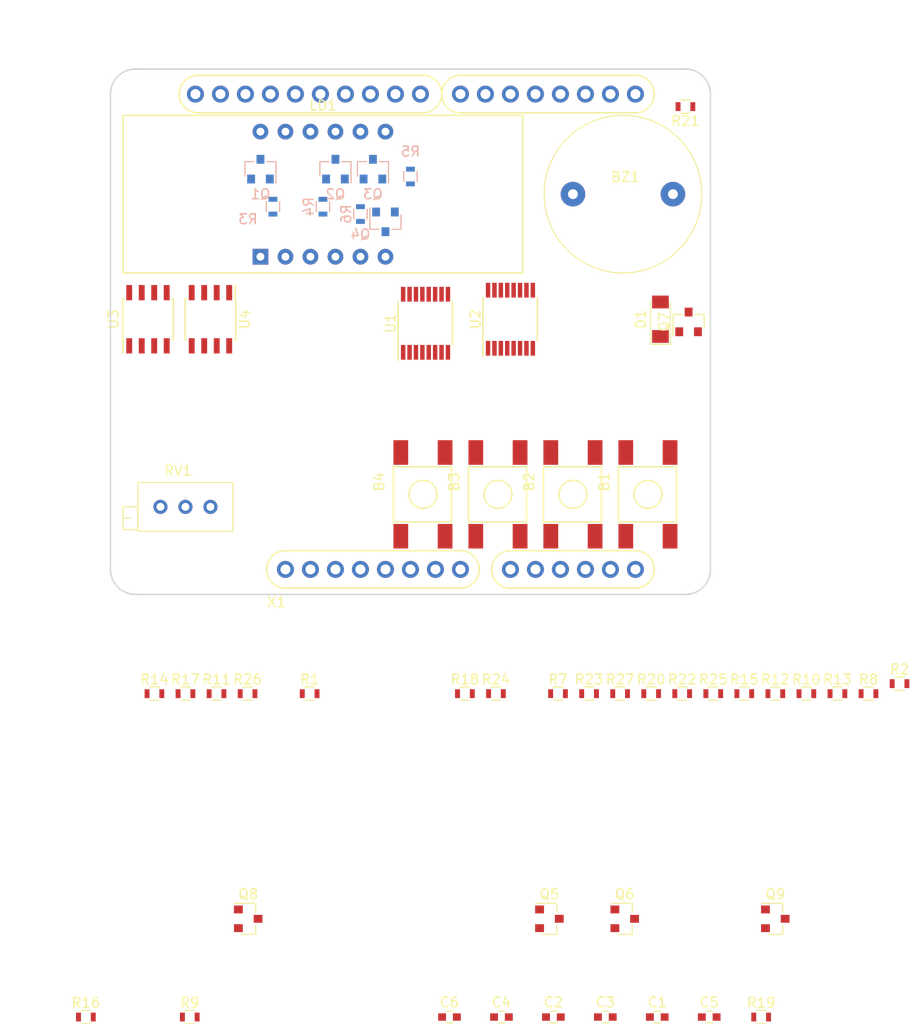
<source format=kicad_pcb>
(kicad_pcb (version 4) (host pcbnew 4.0.7-e2-6376~58~ubuntu16.04.1)

  (general
    (links 118)
    (no_connects 118)
    (area 121.844999 60.884999 182.955001 114.375001)
    (thickness 1.6)
    (drawings 10)
    (tracks 0)
    (zones 0)
    (modules 55)
    (nets 58)
  )

  (page A4)
  (layers
    (0 F.Cu signal)
    (31 B.Cu signal)
    (32 B.Adhes user)
    (33 F.Adhes user)
    (34 B.Paste user)
    (35 F.Paste user)
    (36 B.SilkS user)
    (37 F.SilkS user)
    (38 B.Mask user)
    (39 F.Mask user)
    (40 Dwgs.User user)
    (41 Cmts.User user)
    (42 Eco1.User user)
    (43 Eco2.User user)
    (44 Edge.Cuts user)
    (45 Margin user)
    (46 B.CrtYd user)
    (47 F.CrtYd user)
    (48 B.Fab user hide)
    (49 F.Fab user hide)
  )

  (setup
    (last_trace_width 0.25)
    (trace_clearance 0.2)
    (zone_clearance 0.508)
    (zone_45_only no)
    (trace_min 0.2)
    (segment_width 0.2)
    (edge_width 0.15)
    (via_size 0.6)
    (via_drill 0.4)
    (via_min_size 0.4)
    (via_min_drill 0.3)
    (uvia_size 0.3)
    (uvia_drill 0.1)
    (uvias_allowed no)
    (uvia_min_size 0.2)
    (uvia_min_drill 0.1)
    (pcb_text_width 0.3)
    (pcb_text_size 1.5 1.5)
    (mod_edge_width 0.15)
    (mod_text_size 1 1)
    (mod_text_width 0.15)
    (pad_size 1.524 1.524)
    (pad_drill 0.762)
    (pad_to_mask_clearance 0.2)
    (aux_axis_origin 121.92 114.3)
    (visible_elements FFFFFF7F)
    (pcbplotparams
      (layerselection 0x00030_80000001)
      (usegerberextensions false)
      (excludeedgelayer true)
      (linewidth 0.100000)
      (plotframeref false)
      (viasonmask false)
      (mode 1)
      (useauxorigin false)
      (hpglpennumber 1)
      (hpglpenspeed 20)
      (hpglpendiameter 15)
      (hpglpenoverlay 2)
      (psnegative false)
      (psa4output false)
      (plotreference true)
      (plotvalue true)
      (plotinvisibletext false)
      (padsonsilk false)
      (subtractmaskfromsilk false)
      (outputformat 1)
      (mirror false)
      (drillshape 1)
      (scaleselection 1)
      (outputdirectory ""))
  )

  (net 0 "")
  (net 1 GND)
  (net 2 /SCK)
  (net 3 /KEY)
  (net 4 "Net-(Q1-Pad1)")
  (net 5 "Net-(R3-Pad2)")
  (net 6 "Net-(Q2-Pad1)")
  (net 7 "Net-(R4-Pad2)")
  (net 8 "Net-(Q3-Pad1)")
  (net 9 "Net-(R5-Pad2)")
  (net 10 "Net-(Q4-Pad1)")
  (net 11 "Net-(R6-Pad2)")
  (net 12 "Net-(LD1-Pad11)")
  (net 13 "Net-(R7-Pad2)")
  (net 14 "Net-(LD1-Pad7)")
  (net 15 "Net-(R8-Pad2)")
  (net 16 "Net-(LD1-Pad4)")
  (net 17 "Net-(R9-Pad2)")
  (net 18 "Net-(LD1-Pad2)")
  (net 19 "Net-(R10-Pad2)")
  (net 20 "Net-(LD1-Pad1)")
  (net 21 "Net-(R11-Pad2)")
  (net 22 "Net-(LD1-Pad10)")
  (net 23 "Net-(R12-Pad2)")
  (net 24 "Net-(LD1-Pad5)")
  (net 25 "Net-(R13-Pad2)")
  (net 26 "Net-(LD1-Pad3)")
  (net 27 "Net-(R14-Pad2)")
  (net 28 +5V)
  (net 29 /SDA)
  (net 30 /CLK)
  (net 31 "Net-(Q5-Pad1)")
  (net 32 /LEDW)
  (net 33 "Net-(Q6-Pad1)")
  (net 34 /LEDB)
  (net 35 "Net-(Q8-Pad1)")
  (net 36 /LEDG)
  (net 37 "Net-(Q9-Pad1)")
  (net 38 /LEDR)
  (net 39 "Net-(Q7-Pad1)")
  (net 40 /PWM)
  (net 41 "Net-(R22-Pad1)")
  (net 42 /ADC)
  (net 43 "Net-(R25-Pad1)")
  (net 44 /RCLK)
  (net 45 /~CS)
  (net 46 /MISO)
  (net 47 /MOSI)
  (net 48 "Net-(LD1-Pad12)")
  (net 49 "Net-(LD1-Pad9)")
  (net 50 "Net-(LD1-Pad8)")
  (net 51 "Net-(LD1-Pad6)")
  (net 52 "Net-(BZ1-Pad2)")
  (net 53 "Net-(U1-Pad9)")
  (net 54 "Net-(B4-Pad4)")
  (net 55 "Net-(B3-Pad4)")
  (net 56 "Net-(B2-Pad4)")
  (net 57 "Net-(B1-Pad4)")

  (net_class Default "This is the default net class."
    (clearance 0.2)
    (trace_width 0.25)
    (via_dia 0.6)
    (via_drill 0.4)
    (uvia_dia 0.3)
    (uvia_drill 0.1)
    (add_net +5V)
    (add_net /ADC)
    (add_net /CLK)
    (add_net /KEY)
    (add_net /LEDB)
    (add_net /LEDG)
    (add_net /LEDR)
    (add_net /LEDW)
    (add_net /MISO)
    (add_net /MOSI)
    (add_net /PWM)
    (add_net /RCLK)
    (add_net /SCK)
    (add_net /SDA)
    (add_net /~CS)
    (add_net GND)
    (add_net "Net-(B1-Pad4)")
    (add_net "Net-(B2-Pad4)")
    (add_net "Net-(B3-Pad4)")
    (add_net "Net-(B4-Pad4)")
    (add_net "Net-(BZ1-Pad2)")
    (add_net "Net-(LD1-Pad1)")
    (add_net "Net-(LD1-Pad10)")
    (add_net "Net-(LD1-Pad11)")
    (add_net "Net-(LD1-Pad12)")
    (add_net "Net-(LD1-Pad2)")
    (add_net "Net-(LD1-Pad3)")
    (add_net "Net-(LD1-Pad4)")
    (add_net "Net-(LD1-Pad5)")
    (add_net "Net-(LD1-Pad6)")
    (add_net "Net-(LD1-Pad7)")
    (add_net "Net-(LD1-Pad8)")
    (add_net "Net-(LD1-Pad9)")
    (add_net "Net-(Q1-Pad1)")
    (add_net "Net-(Q2-Pad1)")
    (add_net "Net-(Q3-Pad1)")
    (add_net "Net-(Q4-Pad1)")
    (add_net "Net-(Q5-Pad1)")
    (add_net "Net-(Q6-Pad1)")
    (add_net "Net-(Q7-Pad1)")
    (add_net "Net-(Q8-Pad1)")
    (add_net "Net-(Q9-Pad1)")
    (add_net "Net-(R10-Pad2)")
    (add_net "Net-(R11-Pad2)")
    (add_net "Net-(R12-Pad2)")
    (add_net "Net-(R13-Pad2)")
    (add_net "Net-(R14-Pad2)")
    (add_net "Net-(R22-Pad1)")
    (add_net "Net-(R25-Pad1)")
    (add_net "Net-(R3-Pad2)")
    (add_net "Net-(R4-Pad2)")
    (add_net "Net-(R5-Pad2)")
    (add_net "Net-(R6-Pad2)")
    (add_net "Net-(R7-Pad2)")
    (add_net "Net-(R8-Pad2)")
    (add_net "Net-(R9-Pad2)")
    (add_net "Net-(U1-Pad9)")
  )

  (module ext_board:UNO_R3_CONN (layer F.Cu) (tedit 5D7D3C36) (tstamp 5D7D5CE5)
    (at 139.7 111.76)
    (descr https://store.arduino.cc/arduino-uno-rev3)
    (path /5D7CF364)
    (fp_text reference X1 (at -0.92 3.31) (layer F.SilkS)
      (effects (font (size 1 1) (thickness 0.15)))
    )
    (fp_text value UNO_R3_CONN (at 43.815 -1.27) (layer F.Fab) hide
      (effects (font (size 1 1) (thickness 0.15)))
    )
    (fp_line (start 0 1.905) (end 17.78 1.905) (layer F.SilkS) (width 0.15))
    (fp_line (start 0 -1.905) (end 17.78 -1.905) (layer F.SilkS) (width 0.15))
    (fp_line (start 22.86 1.905) (end 35.56 1.905) (layer F.SilkS) (width 0.15))
    (fp_line (start 22.86 -1.905) (end 35.56 -1.905) (layer F.SilkS) (width 0.15))
    (fp_arc (start -8.89 -48.26) (end -8.89 -46.355) (angle 180) (layer F.SilkS) (width 0.15))
    (fp_line (start 17.78 -46.355) (end 35.56 -46.355) (layer F.SilkS) (width 0.15))
    (fp_line (start 17.78 -50.165) (end 35.56 -50.165) (layer F.SilkS) (width 0.15))
    (fp_line (start 13.97 -46.355) (end -8.89 -46.355) (layer F.SilkS) (width 0.15))
    (fp_line (start -8.89 -50.165) (end 13.97 -50.165) (layer F.SilkS) (width 0.15))
    (fp_arc (start 13.97 -48.26) (end 13.97 -50.165) (angle 180) (layer F.SilkS) (width 0.15))
    (fp_arc (start 17.78 -48.26) (end 17.78 -46.355) (angle 180) (layer F.SilkS) (width 0.15))
    (fp_arc (start 0 0) (end 0 1.905) (angle 180) (layer F.SilkS) (width 0.15))
    (fp_arc (start 35.56 -48.26) (end 35.56 -50.165) (angle 180) (layer F.SilkS) (width 0.15))
    (fp_arc (start 35.56 0) (end 35.56 -1.905) (angle 180) (layer F.SilkS) (width 0.15))
    (fp_arc (start 17.78 0) (end 17.78 -1.905) (angle 180) (layer F.SilkS) (width 0.15))
    (fp_arc (start 22.86 0) (end 22.86 1.905) (angle 180) (layer F.SilkS) (width 0.15))
    (pad 9 thru_hole oval (at 22.86 0) (size 1.7272 1.7272) (drill 1.016) (layers *.Cu *.Mask)
      (net 42 /ADC))
    (pad 8 thru_hole oval (at 17.78 0) (size 1.7272 1.7272) (drill 1.016) (layers *.Cu *.Mask))
    (pad 7 thru_hole oval (at 15.24 0) (size 1.7272 1.7272) (drill 1.016) (layers *.Cu *.Mask)
      (net 1 GND))
    (pad 6 thru_hole oval (at 12.7 0) (size 1.7272 1.7272) (drill 1.016) (layers *.Cu *.Mask)
      (net 1 GND))
    (pad 5 thru_hole oval (at 10.16 0) (size 1.7272 1.7272) (drill 1.016) (layers *.Cu *.Mask)
      (net 28 +5V))
    (pad 4 thru_hole oval (at 7.62 0) (size 1.7272 1.7272) (drill 1.016) (layers *.Cu *.Mask))
    (pad 3 thru_hole oval (at 5.08 0) (size 1.7272 1.7272) (drill 1.016) (layers *.Cu *.Mask))
    (pad 2 thru_hole oval (at 2.54 0) (size 1.7272 1.7272) (drill 1.016) (layers *.Cu *.Mask))
    (pad 15 thru_hole oval (at 35.56 -48.26) (size 1.7272 1.7272) (drill 1.016) (layers *.Cu *.Mask))
    (pad 16 thru_hole oval (at 33.02 -48.26) (size 1.7272 1.7272) (drill 1.016) (layers *.Cu *.Mask))
    (pad 17 thru_hole oval (at 30.48 -48.26) (size 1.7272 1.7272) (drill 1.016) (layers *.Cu *.Mask)
      (net 40 /PWM))
    (pad 18 thru_hole oval (at 27.94 -48.26) (size 1.7272 1.7272) (drill 1.016) (layers *.Cu *.Mask)
      (net 38 /LEDR))
    (pad 19 thru_hole oval (at 25.4 -48.26) (size 1.7272 1.7272) (drill 1.016) (layers *.Cu *.Mask))
    (pad 20 thru_hole oval (at 22.86 -48.26) (size 1.7272 1.7272) (drill 1.016) (layers *.Cu *.Mask)
      (net 36 /LEDG))
    (pad 21 thru_hole oval (at 20.32 -48.26) (size 1.7272 1.7272) (drill 1.016) (layers *.Cu *.Mask)
      (net 34 /LEDB))
    (pad 22 thru_hole oval (at 17.78 -48.26) (size 1.7272 1.7272) (drill 1.016) (layers *.Cu *.Mask)
      (net 3 /KEY))
    (pad 29 thru_hole oval (at -1.524 -48.26) (size 1.7272 1.7272) (drill 1.016) (layers *.Cu *.Mask)
      (net 1 GND))
    (pad 23 thru_hole oval (at 13.716 -48.26) (size 1.7272 1.7272) (drill 1.016) (layers *.Cu *.Mask)
      (net 44 /RCLK))
    (pad 24 thru_hole oval (at 11.176 -48.26) (size 1.7272 1.7272) (drill 1.016) (layers *.Cu *.Mask)
      (net 32 /LEDW))
    (pad 25 thru_hole oval (at 8.636 -48.26) (size 1.7272 1.7272) (drill 1.016) (layers *.Cu *.Mask)
      (net 45 /~CS))
    (pad 32 thru_hole oval (at -9.144 -48.26) (size 1.7272 1.7272) (drill 1.016) (layers *.Cu *.Mask)
      (net 30 /CLK))
    (pad 31 thru_hole oval (at -6.604 -48.26) (size 1.7272 1.7272) (drill 1.016) (layers *.Cu *.Mask)
      (net 29 /SDA))
    (pad 30 thru_hole oval (at -4.064 -48.26) (size 1.7272 1.7272) (drill 1.016) (layers *.Cu *.Mask))
    (pad 28 thru_hole oval (at 1.016 -48.26) (size 1.7272 1.7272) (drill 1.016) (layers *.Cu *.Mask)
      (net 2 /SCK))
    (pad 27 thru_hole oval (at 3.556 -48.26) (size 1.7272 1.7272) (drill 1.016) (layers *.Cu *.Mask)
      (net 46 /MISO))
    (pad 26 thru_hole oval (at 6.096 -48.26) (size 1.7272 1.7272) (drill 1.016) (layers *.Cu *.Mask)
      (net 47 /MOSI))
    (pad 1 thru_hole oval (at 0 0) (size 1.7272 1.7272) (drill 1.016) (layers *.Cu *.Mask))
    (pad 10 thru_hole oval (at 25.4 0) (size 1.7272 1.7272) (drill 1.016) (layers *.Cu *.Mask))
    (pad 11 thru_hole oval (at 27.94 0) (size 1.7272 1.7272) (drill 1.016) (layers *.Cu *.Mask))
    (pad 12 thru_hole oval (at 30.48 0) (size 1.7272 1.7272) (drill 1.016) (layers *.Cu *.Mask))
    (pad 13 thru_hole oval (at 33.02 0) (size 1.7272 1.7272) (drill 1.016) (layers *.Cu *.Mask))
    (pad 14 thru_hole oval (at 35.56 0) (size 1.7272 1.7272) (drill 1.016) (layers *.Cu *.Mask))
  )

  (module ext_board:R0603 (layer F.Cu) (tedit 5D7D38D9) (tstamp 5D7D3D4E)
    (at 142.15961 124.375001)
    (descr "Resistor SMD 0603, reflow soldering, Vishay (see dcrcw.pdf)")
    (tags "resistor 0603")
    (path /5D7FD2EC)
    (attr smd)
    (fp_text reference R1 (at 0 -1.45) (layer F.SilkS)
      (effects (font (size 1 1) (thickness 0.15)))
    )
    (fp_text value 10k (at 0 1.5) (layer F.Fab)
      (effects (font (size 1 1) (thickness 0.15)))
    )
    (fp_text user %R (at 0 0) (layer F.Fab)
      (effects (font (size 0.4 0.4) (thickness 0.075)))
    )
    (fp_line (start -0.8 0.4) (end -0.8 -0.4) (layer F.Fab) (width 0.1))
    (fp_line (start 0.8 0.4) (end -0.8 0.4) (layer F.Fab) (width 0.1))
    (fp_line (start 0.8 -0.4) (end 0.8 0.4) (layer F.Fab) (width 0.1))
    (fp_line (start -0.8 -0.4) (end 0.8 -0.4) (layer F.Fab) (width 0.1))
    (fp_line (start 0.5 0.68) (end -0.5 0.68) (layer F.SilkS) (width 0.12))
    (fp_line (start -0.5 -0.68) (end 0.5 -0.68) (layer F.SilkS) (width 0.12))
    (fp_line (start -1.25 -0.7) (end 1.25 -0.7) (layer F.CrtYd) (width 0.05))
    (fp_line (start -1.25 -0.7) (end -1.25 0.7) (layer F.CrtYd) (width 0.05))
    (fp_line (start 1.25 0.7) (end 1.25 -0.7) (layer F.CrtYd) (width 0.05))
    (fp_line (start 1.25 0.7) (end -1.25 0.7) (layer F.CrtYd) (width 0.05))
    (pad 1 smd rect (at -0.75 0) (size 0.5 0.9) (layers F.Cu F.Paste F.Mask)
      (net 2 /SCK))
    (pad 2 smd rect (at 0.75 0) (size 0.5 0.9) (layers F.Cu F.Paste F.Mask)
      (net 1 GND))
    (model ${KISYS3DMOD}/Resistors_SMD.3dshapes/R_0603.wrl
      (at (xyz 0 0 0))
      (scale (xyz 1 1 1))
      (rotate (xyz 0 0 0))
    )
  )

  (module ext_board:R0603 (layer F.Cu) (tedit 5D7D38D9) (tstamp 5D7D3D5F)
    (at 202.08998 123.36)
    (descr "Resistor SMD 0603, reflow soldering, Vishay (see dcrcw.pdf)")
    (tags "resistor 0603")
    (path /5D7DF700)
    (attr smd)
    (fp_text reference R2 (at 0 -1.45) (layer F.SilkS)
      (effects (font (size 1 1) (thickness 0.15)))
    )
    (fp_text value 10k (at 0 1.5) (layer F.Fab)
      (effects (font (size 1 1) (thickness 0.15)))
    )
    (fp_text user %R (at 0 0) (layer F.Fab)
      (effects (font (size 0.4 0.4) (thickness 0.075)))
    )
    (fp_line (start -0.8 0.4) (end -0.8 -0.4) (layer F.Fab) (width 0.1))
    (fp_line (start 0.8 0.4) (end -0.8 0.4) (layer F.Fab) (width 0.1))
    (fp_line (start 0.8 -0.4) (end 0.8 0.4) (layer F.Fab) (width 0.1))
    (fp_line (start -0.8 -0.4) (end 0.8 -0.4) (layer F.Fab) (width 0.1))
    (fp_line (start 0.5 0.68) (end -0.5 0.68) (layer F.SilkS) (width 0.12))
    (fp_line (start -0.5 -0.68) (end 0.5 -0.68) (layer F.SilkS) (width 0.12))
    (fp_line (start -1.25 -0.7) (end 1.25 -0.7) (layer F.CrtYd) (width 0.05))
    (fp_line (start -1.25 -0.7) (end -1.25 0.7) (layer F.CrtYd) (width 0.05))
    (fp_line (start 1.25 0.7) (end 1.25 -0.7) (layer F.CrtYd) (width 0.05))
    (fp_line (start 1.25 0.7) (end -1.25 0.7) (layer F.CrtYd) (width 0.05))
    (pad 1 smd rect (at -0.75 0) (size 0.5 0.9) (layers F.Cu F.Paste F.Mask)
      (net 1 GND))
    (pad 2 smd rect (at 0.75 0) (size 0.5 0.9) (layers F.Cu F.Paste F.Mask)
      (net 3 /KEY))
    (model ${KISYS3DMOD}/Resistors_SMD.3dshapes/R_0603.wrl
      (at (xyz 0 0 0))
      (scale (xyz 1 1 1))
      (rotate (xyz 0 0 0))
    )
  )

  (module ext_board:R0603 (layer B.Cu) (tedit 5D7D38D9) (tstamp 5D7D3D70)
    (at 138.43 74.93 270)
    (descr "Resistor SMD 0603, reflow soldering, Vishay (see dcrcw.pdf)")
    (tags "resistor 0603")
    (path /5D7D99B2)
    (attr smd)
    (fp_text reference R3 (at 1.27 2.54 360) (layer B.SilkS)
      (effects (font (size 1 1) (thickness 0.15)) (justify mirror))
    )
    (fp_text value 4.7k (at 0 -1.5 270) (layer B.Fab)
      (effects (font (size 1 1) (thickness 0.15)) (justify mirror))
    )
    (fp_text user %R (at 0 0 270) (layer B.Fab)
      (effects (font (size 0.4 0.4) (thickness 0.075)) (justify mirror))
    )
    (fp_line (start -0.8 -0.4) (end -0.8 0.4) (layer B.Fab) (width 0.1))
    (fp_line (start 0.8 -0.4) (end -0.8 -0.4) (layer B.Fab) (width 0.1))
    (fp_line (start 0.8 0.4) (end 0.8 -0.4) (layer B.Fab) (width 0.1))
    (fp_line (start -0.8 0.4) (end 0.8 0.4) (layer B.Fab) (width 0.1))
    (fp_line (start 0.5 -0.68) (end -0.5 -0.68) (layer B.SilkS) (width 0.12))
    (fp_line (start -0.5 0.68) (end 0.5 0.68) (layer B.SilkS) (width 0.12))
    (fp_line (start -1.25 0.7) (end 1.25 0.7) (layer B.CrtYd) (width 0.05))
    (fp_line (start -1.25 0.7) (end -1.25 -0.7) (layer B.CrtYd) (width 0.05))
    (fp_line (start 1.25 -0.7) (end 1.25 0.7) (layer B.CrtYd) (width 0.05))
    (fp_line (start 1.25 -0.7) (end -1.25 -0.7) (layer B.CrtYd) (width 0.05))
    (pad 1 smd rect (at -0.75 0 270) (size 0.5 0.9) (layers B.Cu B.Paste B.Mask)
      (net 4 "Net-(Q1-Pad1)"))
    (pad 2 smd rect (at 0.75 0 270) (size 0.5 0.9) (layers B.Cu B.Paste B.Mask)
      (net 5 "Net-(R3-Pad2)"))
    (model ${KISYS3DMOD}/Resistors_SMD.3dshapes/R_0603.wrl
      (at (xyz 0 0 0))
      (scale (xyz 1 1 1))
      (rotate (xyz 0 0 0))
    )
  )

  (module ext_board:R0603 (layer B.Cu) (tedit 5D7D38D9) (tstamp 5D7D3D81)
    (at 143.51 74.93 270)
    (descr "Resistor SMD 0603, reflow soldering, Vishay (see dcrcw.pdf)")
    (tags "resistor 0603")
    (path /5D7D9F33)
    (attr smd)
    (fp_text reference R4 (at 0 1.45 270) (layer B.SilkS)
      (effects (font (size 1 1) (thickness 0.15)) (justify mirror))
    )
    (fp_text value 4.7k (at 0 -1.5 270) (layer B.Fab)
      (effects (font (size 1 1) (thickness 0.15)) (justify mirror))
    )
    (fp_text user %R (at 0 0 270) (layer B.Fab)
      (effects (font (size 0.4 0.4) (thickness 0.075)) (justify mirror))
    )
    (fp_line (start -0.8 -0.4) (end -0.8 0.4) (layer B.Fab) (width 0.1))
    (fp_line (start 0.8 -0.4) (end -0.8 -0.4) (layer B.Fab) (width 0.1))
    (fp_line (start 0.8 0.4) (end 0.8 -0.4) (layer B.Fab) (width 0.1))
    (fp_line (start -0.8 0.4) (end 0.8 0.4) (layer B.Fab) (width 0.1))
    (fp_line (start 0.5 -0.68) (end -0.5 -0.68) (layer B.SilkS) (width 0.12))
    (fp_line (start -0.5 0.68) (end 0.5 0.68) (layer B.SilkS) (width 0.12))
    (fp_line (start -1.25 0.7) (end 1.25 0.7) (layer B.CrtYd) (width 0.05))
    (fp_line (start -1.25 0.7) (end -1.25 -0.7) (layer B.CrtYd) (width 0.05))
    (fp_line (start 1.25 -0.7) (end 1.25 0.7) (layer B.CrtYd) (width 0.05))
    (fp_line (start 1.25 -0.7) (end -1.25 -0.7) (layer B.CrtYd) (width 0.05))
    (pad 1 smd rect (at -0.75 0 270) (size 0.5 0.9) (layers B.Cu B.Paste B.Mask)
      (net 6 "Net-(Q2-Pad1)"))
    (pad 2 smd rect (at 0.75 0 270) (size 0.5 0.9) (layers B.Cu B.Paste B.Mask)
      (net 7 "Net-(R4-Pad2)"))
    (model ${KISYS3DMOD}/Resistors_SMD.3dshapes/R_0603.wrl
      (at (xyz 0 0 0))
      (scale (xyz 1 1 1))
      (rotate (xyz 0 0 0))
    )
  )

  (module ext_board:R0603 (layer B.Cu) (tedit 5D7D38D9) (tstamp 5D7D3D92)
    (at 152.4 71.87 270)
    (descr "Resistor SMD 0603, reflow soldering, Vishay (see dcrcw.pdf)")
    (tags "resistor 0603")
    (path /5D7DA27F)
    (attr smd)
    (fp_text reference R5 (at -2.54 0 360) (layer B.SilkS)
      (effects (font (size 1 1) (thickness 0.15)) (justify mirror))
    )
    (fp_text value 4.7k (at 0 -1.5 270) (layer B.Fab)
      (effects (font (size 1 1) (thickness 0.15)) (justify mirror))
    )
    (fp_text user %R (at 0 0 270) (layer B.Fab)
      (effects (font (size 0.4 0.4) (thickness 0.075)) (justify mirror))
    )
    (fp_line (start -0.8 -0.4) (end -0.8 0.4) (layer B.Fab) (width 0.1))
    (fp_line (start 0.8 -0.4) (end -0.8 -0.4) (layer B.Fab) (width 0.1))
    (fp_line (start 0.8 0.4) (end 0.8 -0.4) (layer B.Fab) (width 0.1))
    (fp_line (start -0.8 0.4) (end 0.8 0.4) (layer B.Fab) (width 0.1))
    (fp_line (start 0.5 -0.68) (end -0.5 -0.68) (layer B.SilkS) (width 0.12))
    (fp_line (start -0.5 0.68) (end 0.5 0.68) (layer B.SilkS) (width 0.12))
    (fp_line (start -1.25 0.7) (end 1.25 0.7) (layer B.CrtYd) (width 0.05))
    (fp_line (start -1.25 0.7) (end -1.25 -0.7) (layer B.CrtYd) (width 0.05))
    (fp_line (start 1.25 -0.7) (end 1.25 0.7) (layer B.CrtYd) (width 0.05))
    (fp_line (start 1.25 -0.7) (end -1.25 -0.7) (layer B.CrtYd) (width 0.05))
    (pad 1 smd rect (at -0.75 0 270) (size 0.5 0.9) (layers B.Cu B.Paste B.Mask)
      (net 8 "Net-(Q3-Pad1)"))
    (pad 2 smd rect (at 0.75 0 270) (size 0.5 0.9) (layers B.Cu B.Paste B.Mask)
      (net 9 "Net-(R5-Pad2)"))
    (model ${KISYS3DMOD}/Resistors_SMD.3dshapes/R_0603.wrl
      (at (xyz 0 0 0))
      (scale (xyz 1 1 1))
      (rotate (xyz 0 0 0))
    )
  )

  (module ext_board:R0603 (layer B.Cu) (tedit 5D7D38D9) (tstamp 5D7D3DA3)
    (at 147.32 75.68 270)
    (descr "Resistor SMD 0603, reflow soldering, Vishay (see dcrcw.pdf)")
    (tags "resistor 0603")
    (path /5D7DA6B4)
    (attr smd)
    (fp_text reference R6 (at 0 1.45 270) (layer B.SilkS)
      (effects (font (size 1 1) (thickness 0.15)) (justify mirror))
    )
    (fp_text value 4.7k (at 0 -1.5 270) (layer B.Fab)
      (effects (font (size 1 1) (thickness 0.15)) (justify mirror))
    )
    (fp_text user %R (at 0 0 270) (layer B.Fab)
      (effects (font (size 0.4 0.4) (thickness 0.075)) (justify mirror))
    )
    (fp_line (start -0.8 -0.4) (end -0.8 0.4) (layer B.Fab) (width 0.1))
    (fp_line (start 0.8 -0.4) (end -0.8 -0.4) (layer B.Fab) (width 0.1))
    (fp_line (start 0.8 0.4) (end 0.8 -0.4) (layer B.Fab) (width 0.1))
    (fp_line (start -0.8 0.4) (end 0.8 0.4) (layer B.Fab) (width 0.1))
    (fp_line (start 0.5 -0.68) (end -0.5 -0.68) (layer B.SilkS) (width 0.12))
    (fp_line (start -0.5 0.68) (end 0.5 0.68) (layer B.SilkS) (width 0.12))
    (fp_line (start -1.25 0.7) (end 1.25 0.7) (layer B.CrtYd) (width 0.05))
    (fp_line (start -1.25 0.7) (end -1.25 -0.7) (layer B.CrtYd) (width 0.05))
    (fp_line (start 1.25 -0.7) (end 1.25 0.7) (layer B.CrtYd) (width 0.05))
    (fp_line (start 1.25 -0.7) (end -1.25 -0.7) (layer B.CrtYd) (width 0.05))
    (pad 1 smd rect (at -0.75 0 270) (size 0.5 0.9) (layers B.Cu B.Paste B.Mask)
      (net 10 "Net-(Q4-Pad1)"))
    (pad 2 smd rect (at 0.75 0 270) (size 0.5 0.9) (layers B.Cu B.Paste B.Mask)
      (net 11 "Net-(R6-Pad2)"))
    (model ${KISYS3DMOD}/Resistors_SMD.3dshapes/R_0603.wrl
      (at (xyz 0 0 0))
      (scale (xyz 1 1 1))
      (rotate (xyz 0 0 0))
    )
  )

  (module ext_board:R0603 (layer F.Cu) (tedit 5D7D38D9) (tstamp 5D7D3DB4)
    (at 167.39345 124.375001)
    (descr "Resistor SMD 0603, reflow soldering, Vishay (see dcrcw.pdf)")
    (tags "resistor 0603")
    (path /5D7D850E)
    (attr smd)
    (fp_text reference R7 (at 0 -1.45) (layer F.SilkS)
      (effects (font (size 1 1) (thickness 0.15)))
    )
    (fp_text value R (at 0 1.5) (layer F.Fab)
      (effects (font (size 1 1) (thickness 0.15)))
    )
    (fp_text user %R (at 0 0) (layer F.Fab)
      (effects (font (size 0.4 0.4) (thickness 0.075)))
    )
    (fp_line (start -0.8 0.4) (end -0.8 -0.4) (layer F.Fab) (width 0.1))
    (fp_line (start 0.8 0.4) (end -0.8 0.4) (layer F.Fab) (width 0.1))
    (fp_line (start 0.8 -0.4) (end 0.8 0.4) (layer F.Fab) (width 0.1))
    (fp_line (start -0.8 -0.4) (end 0.8 -0.4) (layer F.Fab) (width 0.1))
    (fp_line (start 0.5 0.68) (end -0.5 0.68) (layer F.SilkS) (width 0.12))
    (fp_line (start -0.5 -0.68) (end 0.5 -0.68) (layer F.SilkS) (width 0.12))
    (fp_line (start -1.25 -0.7) (end 1.25 -0.7) (layer F.CrtYd) (width 0.05))
    (fp_line (start -1.25 -0.7) (end -1.25 0.7) (layer F.CrtYd) (width 0.05))
    (fp_line (start 1.25 0.7) (end 1.25 -0.7) (layer F.CrtYd) (width 0.05))
    (fp_line (start 1.25 0.7) (end -1.25 0.7) (layer F.CrtYd) (width 0.05))
    (pad 1 smd rect (at -0.75 0) (size 0.5 0.9) (layers F.Cu F.Paste F.Mask)
      (net 12 "Net-(LD1-Pad11)"))
    (pad 2 smd rect (at 0.75 0) (size 0.5 0.9) (layers F.Cu F.Paste F.Mask)
      (net 13 "Net-(R7-Pad2)"))
    (model ${KISYS3DMOD}/Resistors_SMD.3dshapes/R_0603.wrl
      (at (xyz 0 0 0))
      (scale (xyz 1 1 1))
      (rotate (xyz 0 0 0))
    )
  )

  (module ext_board:R0603 (layer F.Cu) (tedit 5D7D38D9) (tstamp 5D7D3DC5)
    (at 198.93575 124.375001)
    (descr "Resistor SMD 0603, reflow soldering, Vishay (see dcrcw.pdf)")
    (tags "resistor 0603")
    (path /5D7D84B0)
    (attr smd)
    (fp_text reference R8 (at 0 -1.45) (layer F.SilkS)
      (effects (font (size 1 1) (thickness 0.15)))
    )
    (fp_text value R (at 0 1.5) (layer F.Fab)
      (effects (font (size 1 1) (thickness 0.15)))
    )
    (fp_text user %R (at 0 0) (layer F.Fab)
      (effects (font (size 0.4 0.4) (thickness 0.075)))
    )
    (fp_line (start -0.8 0.4) (end -0.8 -0.4) (layer F.Fab) (width 0.1))
    (fp_line (start 0.8 0.4) (end -0.8 0.4) (layer F.Fab) (width 0.1))
    (fp_line (start 0.8 -0.4) (end 0.8 0.4) (layer F.Fab) (width 0.1))
    (fp_line (start -0.8 -0.4) (end 0.8 -0.4) (layer F.Fab) (width 0.1))
    (fp_line (start 0.5 0.68) (end -0.5 0.68) (layer F.SilkS) (width 0.12))
    (fp_line (start -0.5 -0.68) (end 0.5 -0.68) (layer F.SilkS) (width 0.12))
    (fp_line (start -1.25 -0.7) (end 1.25 -0.7) (layer F.CrtYd) (width 0.05))
    (fp_line (start -1.25 -0.7) (end -1.25 0.7) (layer F.CrtYd) (width 0.05))
    (fp_line (start 1.25 0.7) (end 1.25 -0.7) (layer F.CrtYd) (width 0.05))
    (fp_line (start 1.25 0.7) (end -1.25 0.7) (layer F.CrtYd) (width 0.05))
    (pad 1 smd rect (at -0.75 0) (size 0.5 0.9) (layers F.Cu F.Paste F.Mask)
      (net 14 "Net-(LD1-Pad7)"))
    (pad 2 smd rect (at 0.75 0) (size 0.5 0.9) (layers F.Cu F.Paste F.Mask)
      (net 15 "Net-(R8-Pad2)"))
    (model ${KISYS3DMOD}/Resistors_SMD.3dshapes/R_0603.wrl
      (at (xyz 0 0 0))
      (scale (xyz 1 1 1))
      (rotate (xyz 0 0 0))
    )
  )

  (module ext_board:R0603 (layer F.Cu) (tedit 5D7D38D9) (tstamp 5D7D3DD6)
    (at 129.97934 157.209989)
    (descr "Resistor SMD 0603, reflow soldering, Vishay (see dcrcw.pdf)")
    (tags "resistor 0603")
    (path /5D7D8455)
    (attr smd)
    (fp_text reference R9 (at 0 -1.45) (layer F.SilkS)
      (effects (font (size 1 1) (thickness 0.15)))
    )
    (fp_text value R (at 0 1.5) (layer F.Fab)
      (effects (font (size 1 1) (thickness 0.15)))
    )
    (fp_text user %R (at 0 0) (layer F.Fab)
      (effects (font (size 0.4 0.4) (thickness 0.075)))
    )
    (fp_line (start -0.8 0.4) (end -0.8 -0.4) (layer F.Fab) (width 0.1))
    (fp_line (start 0.8 0.4) (end -0.8 0.4) (layer F.Fab) (width 0.1))
    (fp_line (start 0.8 -0.4) (end 0.8 0.4) (layer F.Fab) (width 0.1))
    (fp_line (start -0.8 -0.4) (end 0.8 -0.4) (layer F.Fab) (width 0.1))
    (fp_line (start 0.5 0.68) (end -0.5 0.68) (layer F.SilkS) (width 0.12))
    (fp_line (start -0.5 -0.68) (end 0.5 -0.68) (layer F.SilkS) (width 0.12))
    (fp_line (start -1.25 -0.7) (end 1.25 -0.7) (layer F.CrtYd) (width 0.05))
    (fp_line (start -1.25 -0.7) (end -1.25 0.7) (layer F.CrtYd) (width 0.05))
    (fp_line (start 1.25 0.7) (end 1.25 -0.7) (layer F.CrtYd) (width 0.05))
    (fp_line (start 1.25 0.7) (end -1.25 0.7) (layer F.CrtYd) (width 0.05))
    (pad 1 smd rect (at -0.75 0) (size 0.5 0.9) (layers F.Cu F.Paste F.Mask)
      (net 16 "Net-(LD1-Pad4)"))
    (pad 2 smd rect (at 0.75 0) (size 0.5 0.9) (layers F.Cu F.Paste F.Mask)
      (net 17 "Net-(R9-Pad2)"))
    (model ${KISYS3DMOD}/Resistors_SMD.3dshapes/R_0603.wrl
      (at (xyz 0 0 0))
      (scale (xyz 1 1 1))
      (rotate (xyz 0 0 0))
    )
  )

  (module ext_board:R0603 (layer F.Cu) (tedit 5D7D38D9) (tstamp 5D7D3DE7)
    (at 192.62729 124.375001)
    (descr "Resistor SMD 0603, reflow soldering, Vishay (see dcrcw.pdf)")
    (tags "resistor 0603")
    (path /5D7D83FD)
    (attr smd)
    (fp_text reference R10 (at 0 -1.45) (layer F.SilkS)
      (effects (font (size 1 1) (thickness 0.15)))
    )
    (fp_text value R (at 0 1.5) (layer F.Fab)
      (effects (font (size 1 1) (thickness 0.15)))
    )
    (fp_text user %R (at 0 0) (layer F.Fab)
      (effects (font (size 0.4 0.4) (thickness 0.075)))
    )
    (fp_line (start -0.8 0.4) (end -0.8 -0.4) (layer F.Fab) (width 0.1))
    (fp_line (start 0.8 0.4) (end -0.8 0.4) (layer F.Fab) (width 0.1))
    (fp_line (start 0.8 -0.4) (end 0.8 0.4) (layer F.Fab) (width 0.1))
    (fp_line (start -0.8 -0.4) (end 0.8 -0.4) (layer F.Fab) (width 0.1))
    (fp_line (start 0.5 0.68) (end -0.5 0.68) (layer F.SilkS) (width 0.12))
    (fp_line (start -0.5 -0.68) (end 0.5 -0.68) (layer F.SilkS) (width 0.12))
    (fp_line (start -1.25 -0.7) (end 1.25 -0.7) (layer F.CrtYd) (width 0.05))
    (fp_line (start -1.25 -0.7) (end -1.25 0.7) (layer F.CrtYd) (width 0.05))
    (fp_line (start 1.25 0.7) (end 1.25 -0.7) (layer F.CrtYd) (width 0.05))
    (fp_line (start 1.25 0.7) (end -1.25 0.7) (layer F.CrtYd) (width 0.05))
    (pad 1 smd rect (at -0.75 0) (size 0.5 0.9) (layers F.Cu F.Paste F.Mask)
      (net 18 "Net-(LD1-Pad2)"))
    (pad 2 smd rect (at 0.75 0) (size 0.5 0.9) (layers F.Cu F.Paste F.Mask)
      (net 19 "Net-(R10-Pad2)"))
    (model ${KISYS3DMOD}/Resistors_SMD.3dshapes/R_0603.wrl
      (at (xyz 0 0 0))
      (scale (xyz 1 1 1))
      (rotate (xyz 0 0 0))
    )
  )

  (module ext_board:R0603 (layer F.Cu) (tedit 5D7D38D9) (tstamp 5D7D3DF8)
    (at 132.69692 124.375001)
    (descr "Resistor SMD 0603, reflow soldering, Vishay (see dcrcw.pdf)")
    (tags "resistor 0603")
    (path /5D7D83A8)
    (attr smd)
    (fp_text reference R11 (at 0 -1.45) (layer F.SilkS)
      (effects (font (size 1 1) (thickness 0.15)))
    )
    (fp_text value R (at 0 1.5) (layer F.Fab)
      (effects (font (size 1 1) (thickness 0.15)))
    )
    (fp_text user %R (at 0 0) (layer F.Fab)
      (effects (font (size 0.4 0.4) (thickness 0.075)))
    )
    (fp_line (start -0.8 0.4) (end -0.8 -0.4) (layer F.Fab) (width 0.1))
    (fp_line (start 0.8 0.4) (end -0.8 0.4) (layer F.Fab) (width 0.1))
    (fp_line (start 0.8 -0.4) (end 0.8 0.4) (layer F.Fab) (width 0.1))
    (fp_line (start -0.8 -0.4) (end 0.8 -0.4) (layer F.Fab) (width 0.1))
    (fp_line (start 0.5 0.68) (end -0.5 0.68) (layer F.SilkS) (width 0.12))
    (fp_line (start -0.5 -0.68) (end 0.5 -0.68) (layer F.SilkS) (width 0.12))
    (fp_line (start -1.25 -0.7) (end 1.25 -0.7) (layer F.CrtYd) (width 0.05))
    (fp_line (start -1.25 -0.7) (end -1.25 0.7) (layer F.CrtYd) (width 0.05))
    (fp_line (start 1.25 0.7) (end 1.25 -0.7) (layer F.CrtYd) (width 0.05))
    (fp_line (start 1.25 0.7) (end -1.25 0.7) (layer F.CrtYd) (width 0.05))
    (pad 1 smd rect (at -0.75 0) (size 0.5 0.9) (layers F.Cu F.Paste F.Mask)
      (net 20 "Net-(LD1-Pad1)"))
    (pad 2 smd rect (at 0.75 0) (size 0.5 0.9) (layers F.Cu F.Paste F.Mask)
      (net 21 "Net-(R11-Pad2)"))
    (model ${KISYS3DMOD}/Resistors_SMD.3dshapes/R_0603.wrl
      (at (xyz 0 0 0))
      (scale (xyz 1 1 1))
      (rotate (xyz 0 0 0))
    )
  )

  (module ext_board:R0603 (layer F.Cu) (tedit 5D7D38D9) (tstamp 5D7D3E09)
    (at 189.47306 124.375001)
    (descr "Resistor SMD 0603, reflow soldering, Vishay (see dcrcw.pdf)")
    (tags "resistor 0603")
    (path /5D7D8356)
    (attr smd)
    (fp_text reference R12 (at 0 -1.45) (layer F.SilkS)
      (effects (font (size 1 1) (thickness 0.15)))
    )
    (fp_text value R (at 0 1.5) (layer F.Fab)
      (effects (font (size 1 1) (thickness 0.15)))
    )
    (fp_text user %R (at 0 0) (layer F.Fab)
      (effects (font (size 0.4 0.4) (thickness 0.075)))
    )
    (fp_line (start -0.8 0.4) (end -0.8 -0.4) (layer F.Fab) (width 0.1))
    (fp_line (start 0.8 0.4) (end -0.8 0.4) (layer F.Fab) (width 0.1))
    (fp_line (start 0.8 -0.4) (end 0.8 0.4) (layer F.Fab) (width 0.1))
    (fp_line (start -0.8 -0.4) (end 0.8 -0.4) (layer F.Fab) (width 0.1))
    (fp_line (start 0.5 0.68) (end -0.5 0.68) (layer F.SilkS) (width 0.12))
    (fp_line (start -0.5 -0.68) (end 0.5 -0.68) (layer F.SilkS) (width 0.12))
    (fp_line (start -1.25 -0.7) (end 1.25 -0.7) (layer F.CrtYd) (width 0.05))
    (fp_line (start -1.25 -0.7) (end -1.25 0.7) (layer F.CrtYd) (width 0.05))
    (fp_line (start 1.25 0.7) (end 1.25 -0.7) (layer F.CrtYd) (width 0.05))
    (fp_line (start 1.25 0.7) (end -1.25 0.7) (layer F.CrtYd) (width 0.05))
    (pad 1 smd rect (at -0.75 0) (size 0.5 0.9) (layers F.Cu F.Paste F.Mask)
      (net 22 "Net-(LD1-Pad10)"))
    (pad 2 smd rect (at 0.75 0) (size 0.5 0.9) (layers F.Cu F.Paste F.Mask)
      (net 23 "Net-(R12-Pad2)"))
    (model ${KISYS3DMOD}/Resistors_SMD.3dshapes/R_0603.wrl
      (at (xyz 0 0 0))
      (scale (xyz 1 1 1))
      (rotate (xyz 0 0 0))
    )
  )

  (module ext_board:R0603 (layer F.Cu) (tedit 5D7D38D9) (tstamp 5D7D3E1A)
    (at 195.78152 124.375001)
    (descr "Resistor SMD 0603, reflow soldering, Vishay (see dcrcw.pdf)")
    (tags "resistor 0603")
    (path /5D7D7CC4)
    (attr smd)
    (fp_text reference R13 (at 0 -1.45) (layer F.SilkS)
      (effects (font (size 1 1) (thickness 0.15)))
    )
    (fp_text value R (at 0 1.5) (layer F.Fab)
      (effects (font (size 1 1) (thickness 0.15)))
    )
    (fp_text user %R (at 0 0) (layer F.Fab)
      (effects (font (size 0.4 0.4) (thickness 0.075)))
    )
    (fp_line (start -0.8 0.4) (end -0.8 -0.4) (layer F.Fab) (width 0.1))
    (fp_line (start 0.8 0.4) (end -0.8 0.4) (layer F.Fab) (width 0.1))
    (fp_line (start 0.8 -0.4) (end 0.8 0.4) (layer F.Fab) (width 0.1))
    (fp_line (start -0.8 -0.4) (end 0.8 -0.4) (layer F.Fab) (width 0.1))
    (fp_line (start 0.5 0.68) (end -0.5 0.68) (layer F.SilkS) (width 0.12))
    (fp_line (start -0.5 -0.68) (end 0.5 -0.68) (layer F.SilkS) (width 0.12))
    (fp_line (start -1.25 -0.7) (end 1.25 -0.7) (layer F.CrtYd) (width 0.05))
    (fp_line (start -1.25 -0.7) (end -1.25 0.7) (layer F.CrtYd) (width 0.05))
    (fp_line (start 1.25 0.7) (end 1.25 -0.7) (layer F.CrtYd) (width 0.05))
    (fp_line (start 1.25 0.7) (end -1.25 0.7) (layer F.CrtYd) (width 0.05))
    (pad 1 smd rect (at -0.75 0) (size 0.5 0.9) (layers F.Cu F.Paste F.Mask)
      (net 24 "Net-(LD1-Pad5)"))
    (pad 2 smd rect (at 0.75 0) (size 0.5 0.9) (layers F.Cu F.Paste F.Mask)
      (net 25 "Net-(R13-Pad2)"))
    (model ${KISYS3DMOD}/Resistors_SMD.3dshapes/R_0603.wrl
      (at (xyz 0 0 0))
      (scale (xyz 1 1 1))
      (rotate (xyz 0 0 0))
    )
  )

  (module ext_board:R0603 (layer F.Cu) (tedit 5D7D38D9) (tstamp 5D7D3E2B)
    (at 126.38846 124.375001)
    (descr "Resistor SMD 0603, reflow soldering, Vishay (see dcrcw.pdf)")
    (tags "resistor 0603")
    (path /5D7D8303)
    (attr smd)
    (fp_text reference R14 (at 0 -1.45) (layer F.SilkS)
      (effects (font (size 1 1) (thickness 0.15)))
    )
    (fp_text value R (at 0 1.5) (layer F.Fab)
      (effects (font (size 1 1) (thickness 0.15)))
    )
    (fp_text user %R (at 0 0) (layer F.Fab)
      (effects (font (size 0.4 0.4) (thickness 0.075)))
    )
    (fp_line (start -0.8 0.4) (end -0.8 -0.4) (layer F.Fab) (width 0.1))
    (fp_line (start 0.8 0.4) (end -0.8 0.4) (layer F.Fab) (width 0.1))
    (fp_line (start 0.8 -0.4) (end 0.8 0.4) (layer F.Fab) (width 0.1))
    (fp_line (start -0.8 -0.4) (end 0.8 -0.4) (layer F.Fab) (width 0.1))
    (fp_line (start 0.5 0.68) (end -0.5 0.68) (layer F.SilkS) (width 0.12))
    (fp_line (start -0.5 -0.68) (end 0.5 -0.68) (layer F.SilkS) (width 0.12))
    (fp_line (start -1.25 -0.7) (end 1.25 -0.7) (layer F.CrtYd) (width 0.05))
    (fp_line (start -1.25 -0.7) (end -1.25 0.7) (layer F.CrtYd) (width 0.05))
    (fp_line (start 1.25 0.7) (end 1.25 -0.7) (layer F.CrtYd) (width 0.05))
    (fp_line (start 1.25 0.7) (end -1.25 0.7) (layer F.CrtYd) (width 0.05))
    (pad 1 smd rect (at -0.75 0) (size 0.5 0.9) (layers F.Cu F.Paste F.Mask)
      (net 26 "Net-(LD1-Pad3)"))
    (pad 2 smd rect (at 0.75 0) (size 0.5 0.9) (layers F.Cu F.Paste F.Mask)
      (net 27 "Net-(R14-Pad2)"))
    (model ${KISYS3DMOD}/Resistors_SMD.3dshapes/R_0603.wrl
      (at (xyz 0 0 0))
      (scale (xyz 1 1 1))
      (rotate (xyz 0 0 0))
    )
  )

  (module ext_board:R0603 (layer F.Cu) (tedit 5D7D38D9) (tstamp 5D7D3E3C)
    (at 186.31883 124.375001)
    (descr "Resistor SMD 0603, reflow soldering, Vishay (see dcrcw.pdf)")
    (tags "resistor 0603")
    (path /5D7CBB46)
    (attr smd)
    (fp_text reference R15 (at 0 -1.45) (layer F.SilkS)
      (effects (font (size 1 1) (thickness 0.15)))
    )
    (fp_text value 4.7k (at 0 1.5) (layer F.Fab)
      (effects (font (size 1 1) (thickness 0.15)))
    )
    (fp_text user %R (at 0 0) (layer F.Fab)
      (effects (font (size 0.4 0.4) (thickness 0.075)))
    )
    (fp_line (start -0.8 0.4) (end -0.8 -0.4) (layer F.Fab) (width 0.1))
    (fp_line (start 0.8 0.4) (end -0.8 0.4) (layer F.Fab) (width 0.1))
    (fp_line (start 0.8 -0.4) (end 0.8 0.4) (layer F.Fab) (width 0.1))
    (fp_line (start -0.8 -0.4) (end 0.8 -0.4) (layer F.Fab) (width 0.1))
    (fp_line (start 0.5 0.68) (end -0.5 0.68) (layer F.SilkS) (width 0.12))
    (fp_line (start -0.5 -0.68) (end 0.5 -0.68) (layer F.SilkS) (width 0.12))
    (fp_line (start -1.25 -0.7) (end 1.25 -0.7) (layer F.CrtYd) (width 0.05))
    (fp_line (start -1.25 -0.7) (end -1.25 0.7) (layer F.CrtYd) (width 0.05))
    (fp_line (start 1.25 0.7) (end 1.25 -0.7) (layer F.CrtYd) (width 0.05))
    (fp_line (start 1.25 0.7) (end -1.25 0.7) (layer F.CrtYd) (width 0.05))
    (pad 1 smd rect (at -0.75 0) (size 0.5 0.9) (layers F.Cu F.Paste F.Mask)
      (net 28 +5V))
    (pad 2 smd rect (at 0.75 0) (size 0.5 0.9) (layers F.Cu F.Paste F.Mask)
      (net 29 /SDA))
    (model ${KISYS3DMOD}/Resistors_SMD.3dshapes/R_0603.wrl
      (at (xyz 0 0 0))
      (scale (xyz 1 1 1))
      (rotate (xyz 0 0 0))
    )
  )

  (module ext_board:R0603 (layer F.Cu) (tedit 5D7D38D9) (tstamp 5D7D3E4D)
    (at 119.42423 157.209989)
    (descr "Resistor SMD 0603, reflow soldering, Vishay (see dcrcw.pdf)")
    (tags "resistor 0603")
    (path /5D7CBC01)
    (attr smd)
    (fp_text reference R16 (at 0 -1.45) (layer F.SilkS)
      (effects (font (size 1 1) (thickness 0.15)))
    )
    (fp_text value 4.7k (at 0 1.5) (layer F.Fab)
      (effects (font (size 1 1) (thickness 0.15)))
    )
    (fp_text user %R (at 0 0) (layer F.Fab)
      (effects (font (size 0.4 0.4) (thickness 0.075)))
    )
    (fp_line (start -0.8 0.4) (end -0.8 -0.4) (layer F.Fab) (width 0.1))
    (fp_line (start 0.8 0.4) (end -0.8 0.4) (layer F.Fab) (width 0.1))
    (fp_line (start 0.8 -0.4) (end 0.8 0.4) (layer F.Fab) (width 0.1))
    (fp_line (start -0.8 -0.4) (end 0.8 -0.4) (layer F.Fab) (width 0.1))
    (fp_line (start 0.5 0.68) (end -0.5 0.68) (layer F.SilkS) (width 0.12))
    (fp_line (start -0.5 -0.68) (end 0.5 -0.68) (layer F.SilkS) (width 0.12))
    (fp_line (start -1.25 -0.7) (end 1.25 -0.7) (layer F.CrtYd) (width 0.05))
    (fp_line (start -1.25 -0.7) (end -1.25 0.7) (layer F.CrtYd) (width 0.05))
    (fp_line (start 1.25 0.7) (end 1.25 -0.7) (layer F.CrtYd) (width 0.05))
    (fp_line (start 1.25 0.7) (end -1.25 0.7) (layer F.CrtYd) (width 0.05))
    (pad 1 smd rect (at -0.75 0) (size 0.5 0.9) (layers F.Cu F.Paste F.Mask)
      (net 28 +5V))
    (pad 2 smd rect (at 0.75 0) (size 0.5 0.9) (layers F.Cu F.Paste F.Mask)
      (net 30 /CLK))
    (model ${KISYS3DMOD}/Resistors_SMD.3dshapes/R_0603.wrl
      (at (xyz 0 0 0))
      (scale (xyz 1 1 1))
      (rotate (xyz 0 0 0))
    )
  )

  (module ext_board:R0603 (layer F.Cu) (tedit 5D7D38D9) (tstamp 5D7D3E5E)
    (at 129.54269 124.375001)
    (descr "Resistor SMD 0603, reflow soldering, Vishay (see dcrcw.pdf)")
    (tags "resistor 0603")
    (path /5D7E5CF9)
    (attr smd)
    (fp_text reference R17 (at 0 -1.45) (layer F.SilkS)
      (effects (font (size 1 1) (thickness 0.15)))
    )
    (fp_text value 4.7k (at 0 1.5) (layer F.Fab)
      (effects (font (size 1 1) (thickness 0.15)))
    )
    (fp_text user %R (at 0 0) (layer F.Fab)
      (effects (font (size 0.4 0.4) (thickness 0.075)))
    )
    (fp_line (start -0.8 0.4) (end -0.8 -0.4) (layer F.Fab) (width 0.1))
    (fp_line (start 0.8 0.4) (end -0.8 0.4) (layer F.Fab) (width 0.1))
    (fp_line (start 0.8 -0.4) (end 0.8 0.4) (layer F.Fab) (width 0.1))
    (fp_line (start -0.8 -0.4) (end 0.8 -0.4) (layer F.Fab) (width 0.1))
    (fp_line (start 0.5 0.68) (end -0.5 0.68) (layer F.SilkS) (width 0.12))
    (fp_line (start -0.5 -0.68) (end 0.5 -0.68) (layer F.SilkS) (width 0.12))
    (fp_line (start -1.25 -0.7) (end 1.25 -0.7) (layer F.CrtYd) (width 0.05))
    (fp_line (start -1.25 -0.7) (end -1.25 0.7) (layer F.CrtYd) (width 0.05))
    (fp_line (start 1.25 0.7) (end 1.25 -0.7) (layer F.CrtYd) (width 0.05))
    (fp_line (start 1.25 0.7) (end -1.25 0.7) (layer F.CrtYd) (width 0.05))
    (pad 1 smd rect (at -0.75 0) (size 0.5 0.9) (layers F.Cu F.Paste F.Mask)
      (net 31 "Net-(Q5-Pad1)"))
    (pad 2 smd rect (at 0.75 0) (size 0.5 0.9) (layers F.Cu F.Paste F.Mask)
      (net 32 /LEDW))
    (model ${KISYS3DMOD}/Resistors_SMD.3dshapes/R_0603.wrl
      (at (xyz 0 0 0))
      (scale (xyz 1 1 1))
      (rotate (xyz 0 0 0))
    )
  )

  (module ext_board:R0603 (layer F.Cu) (tedit 5D7D38D9) (tstamp 5D7D3E6F)
    (at 157.93076 124.375001)
    (descr "Resistor SMD 0603, reflow soldering, Vishay (see dcrcw.pdf)")
    (tags "resistor 0603")
    (path /5D7E60B5)
    (attr smd)
    (fp_text reference R18 (at 0 -1.45) (layer F.SilkS)
      (effects (font (size 1 1) (thickness 0.15)))
    )
    (fp_text value 4.7k (at 0 1.5) (layer F.Fab)
      (effects (font (size 1 1) (thickness 0.15)))
    )
    (fp_text user %R (at 0 0) (layer F.Fab)
      (effects (font (size 0.4 0.4) (thickness 0.075)))
    )
    (fp_line (start -0.8 0.4) (end -0.8 -0.4) (layer F.Fab) (width 0.1))
    (fp_line (start 0.8 0.4) (end -0.8 0.4) (layer F.Fab) (width 0.1))
    (fp_line (start 0.8 -0.4) (end 0.8 0.4) (layer F.Fab) (width 0.1))
    (fp_line (start -0.8 -0.4) (end 0.8 -0.4) (layer F.Fab) (width 0.1))
    (fp_line (start 0.5 0.68) (end -0.5 0.68) (layer F.SilkS) (width 0.12))
    (fp_line (start -0.5 -0.68) (end 0.5 -0.68) (layer F.SilkS) (width 0.12))
    (fp_line (start -1.25 -0.7) (end 1.25 -0.7) (layer F.CrtYd) (width 0.05))
    (fp_line (start -1.25 -0.7) (end -1.25 0.7) (layer F.CrtYd) (width 0.05))
    (fp_line (start 1.25 0.7) (end 1.25 -0.7) (layer F.CrtYd) (width 0.05))
    (fp_line (start 1.25 0.7) (end -1.25 0.7) (layer F.CrtYd) (width 0.05))
    (pad 1 smd rect (at -0.75 0) (size 0.5 0.9) (layers F.Cu F.Paste F.Mask)
      (net 33 "Net-(Q6-Pad1)"))
    (pad 2 smd rect (at 0.75 0) (size 0.5 0.9) (layers F.Cu F.Paste F.Mask)
      (net 34 /LEDB))
    (model ${KISYS3DMOD}/Resistors_SMD.3dshapes/R_0603.wrl
      (at (xyz 0 0 0))
      (scale (xyz 1 1 1))
      (rotate (xyz 0 0 0))
    )
  )

  (module ext_board:R0603 (layer F.Cu) (tedit 5D7D38D9) (tstamp 5D7D3E80)
    (at 188.032445 157.209989)
    (descr "Resistor SMD 0603, reflow soldering, Vishay (see dcrcw.pdf)")
    (tags "resistor 0603")
    (path /5D7E71F5)
    (attr smd)
    (fp_text reference R19 (at 0 -1.45) (layer F.SilkS)
      (effects (font (size 1 1) (thickness 0.15)))
    )
    (fp_text value 4.7k (at 0 1.5) (layer F.Fab)
      (effects (font (size 1 1) (thickness 0.15)))
    )
    (fp_text user %R (at 0 0) (layer F.Fab)
      (effects (font (size 0.4 0.4) (thickness 0.075)))
    )
    (fp_line (start -0.8 0.4) (end -0.8 -0.4) (layer F.Fab) (width 0.1))
    (fp_line (start 0.8 0.4) (end -0.8 0.4) (layer F.Fab) (width 0.1))
    (fp_line (start 0.8 -0.4) (end 0.8 0.4) (layer F.Fab) (width 0.1))
    (fp_line (start -0.8 -0.4) (end 0.8 -0.4) (layer F.Fab) (width 0.1))
    (fp_line (start 0.5 0.68) (end -0.5 0.68) (layer F.SilkS) (width 0.12))
    (fp_line (start -0.5 -0.68) (end 0.5 -0.68) (layer F.SilkS) (width 0.12))
    (fp_line (start -1.25 -0.7) (end 1.25 -0.7) (layer F.CrtYd) (width 0.05))
    (fp_line (start -1.25 -0.7) (end -1.25 0.7) (layer F.CrtYd) (width 0.05))
    (fp_line (start 1.25 0.7) (end 1.25 -0.7) (layer F.CrtYd) (width 0.05))
    (fp_line (start 1.25 0.7) (end -1.25 0.7) (layer F.CrtYd) (width 0.05))
    (pad 1 smd rect (at -0.75 0) (size 0.5 0.9) (layers F.Cu F.Paste F.Mask)
      (net 35 "Net-(Q8-Pad1)"))
    (pad 2 smd rect (at 0.75 0) (size 0.5 0.9) (layers F.Cu F.Paste F.Mask)
      (net 36 /LEDG))
    (model ${KISYS3DMOD}/Resistors_SMD.3dshapes/R_0603.wrl
      (at (xyz 0 0 0))
      (scale (xyz 1 1 1))
      (rotate (xyz 0 0 0))
    )
  )

  (module ext_board:R0603 (layer F.Cu) (tedit 5D7D38D9) (tstamp 5D7D3E91)
    (at 176.85614 124.375001)
    (descr "Resistor SMD 0603, reflow soldering, Vishay (see dcrcw.pdf)")
    (tags "resistor 0603")
    (path /5D7E7FA4)
    (attr smd)
    (fp_text reference R20 (at 0 -1.45) (layer F.SilkS)
      (effects (font (size 1 1) (thickness 0.15)))
    )
    (fp_text value 4.7k (at 0 1.5) (layer F.Fab)
      (effects (font (size 1 1) (thickness 0.15)))
    )
    (fp_text user %R (at 0 0) (layer F.Fab)
      (effects (font (size 0.4 0.4) (thickness 0.075)))
    )
    (fp_line (start -0.8 0.4) (end -0.8 -0.4) (layer F.Fab) (width 0.1))
    (fp_line (start 0.8 0.4) (end -0.8 0.4) (layer F.Fab) (width 0.1))
    (fp_line (start 0.8 -0.4) (end 0.8 0.4) (layer F.Fab) (width 0.1))
    (fp_line (start -0.8 -0.4) (end 0.8 -0.4) (layer F.Fab) (width 0.1))
    (fp_line (start 0.5 0.68) (end -0.5 0.68) (layer F.SilkS) (width 0.12))
    (fp_line (start -0.5 -0.68) (end 0.5 -0.68) (layer F.SilkS) (width 0.12))
    (fp_line (start -1.25 -0.7) (end 1.25 -0.7) (layer F.CrtYd) (width 0.05))
    (fp_line (start -1.25 -0.7) (end -1.25 0.7) (layer F.CrtYd) (width 0.05))
    (fp_line (start 1.25 0.7) (end 1.25 -0.7) (layer F.CrtYd) (width 0.05))
    (fp_line (start 1.25 0.7) (end -1.25 0.7) (layer F.CrtYd) (width 0.05))
    (pad 1 smd rect (at -0.75 0) (size 0.5 0.9) (layers F.Cu F.Paste F.Mask)
      (net 37 "Net-(Q9-Pad1)"))
    (pad 2 smd rect (at 0.75 0) (size 0.5 0.9) (layers F.Cu F.Paste F.Mask)
      (net 38 /LEDR))
    (model ${KISYS3DMOD}/Resistors_SMD.3dshapes/R_0603.wrl
      (at (xyz 0 0 0))
      (scale (xyz 1 1 1))
      (rotate (xyz 0 0 0))
    )
  )

  (module ext_board:R0603 (layer F.Cu) (tedit 5D7D38D9) (tstamp 5D7D3EA2)
    (at 180.34 64.77 180)
    (descr "Resistor SMD 0603, reflow soldering, Vishay (see dcrcw.pdf)")
    (tags "resistor 0603")
    (path /5D20DB90)
    (attr smd)
    (fp_text reference R21 (at 0 -1.45 180) (layer F.SilkS)
      (effects (font (size 1 1) (thickness 0.15)))
    )
    (fp_text value 4.7k (at 0 1.5 180) (layer F.Fab)
      (effects (font (size 1 1) (thickness 0.15)))
    )
    (fp_text user %R (at 0 0 180) (layer F.Fab)
      (effects (font (size 0.4 0.4) (thickness 0.075)))
    )
    (fp_line (start -0.8 0.4) (end -0.8 -0.4) (layer F.Fab) (width 0.1))
    (fp_line (start 0.8 0.4) (end -0.8 0.4) (layer F.Fab) (width 0.1))
    (fp_line (start 0.8 -0.4) (end 0.8 0.4) (layer F.Fab) (width 0.1))
    (fp_line (start -0.8 -0.4) (end 0.8 -0.4) (layer F.Fab) (width 0.1))
    (fp_line (start 0.5 0.68) (end -0.5 0.68) (layer F.SilkS) (width 0.12))
    (fp_line (start -0.5 -0.68) (end 0.5 -0.68) (layer F.SilkS) (width 0.12))
    (fp_line (start -1.25 -0.7) (end 1.25 -0.7) (layer F.CrtYd) (width 0.05))
    (fp_line (start -1.25 -0.7) (end -1.25 0.7) (layer F.CrtYd) (width 0.05))
    (fp_line (start 1.25 0.7) (end 1.25 -0.7) (layer F.CrtYd) (width 0.05))
    (fp_line (start 1.25 0.7) (end -1.25 0.7) (layer F.CrtYd) (width 0.05))
    (pad 1 smd rect (at -0.75 0 180) (size 0.5 0.9) (layers F.Cu F.Paste F.Mask)
      (net 39 "Net-(Q7-Pad1)"))
    (pad 2 smd rect (at 0.75 0 180) (size 0.5 0.9) (layers F.Cu F.Paste F.Mask)
      (net 40 /PWM))
    (model ${KISYS3DMOD}/Resistors_SMD.3dshapes/R_0603.wrl
      (at (xyz 0 0 0))
      (scale (xyz 1 1 1))
      (rotate (xyz 0 0 0))
    )
  )

  (module ext_board:R0603 (layer F.Cu) (tedit 5D7D38D9) (tstamp 5D7D3EB3)
    (at 180.01037 124.375001)
    (descr "Resistor SMD 0603, reflow soldering, Vishay (see dcrcw.pdf)")
    (tags "resistor 0603")
    (path /5D7E1DFD)
    (attr smd)
    (fp_text reference R22 (at 0 -1.45) (layer F.SilkS)
      (effects (font (size 1 1) (thickness 0.15)))
    )
    (fp_text value 1k (at 0 1.5) (layer F.Fab)
      (effects (font (size 1 1) (thickness 0.15)))
    )
    (fp_text user %R (at 0 0) (layer F.Fab)
      (effects (font (size 0.4 0.4) (thickness 0.075)))
    )
    (fp_line (start -0.8 0.4) (end -0.8 -0.4) (layer F.Fab) (width 0.1))
    (fp_line (start 0.8 0.4) (end -0.8 0.4) (layer F.Fab) (width 0.1))
    (fp_line (start 0.8 -0.4) (end 0.8 0.4) (layer F.Fab) (width 0.1))
    (fp_line (start -0.8 -0.4) (end 0.8 -0.4) (layer F.Fab) (width 0.1))
    (fp_line (start 0.5 0.68) (end -0.5 0.68) (layer F.SilkS) (width 0.12))
    (fp_line (start -0.5 -0.68) (end 0.5 -0.68) (layer F.SilkS) (width 0.12))
    (fp_line (start -1.25 -0.7) (end 1.25 -0.7) (layer F.CrtYd) (width 0.05))
    (fp_line (start -1.25 -0.7) (end -1.25 0.7) (layer F.CrtYd) (width 0.05))
    (fp_line (start 1.25 0.7) (end 1.25 -0.7) (layer F.CrtYd) (width 0.05))
    (fp_line (start 1.25 0.7) (end -1.25 0.7) (layer F.CrtYd) (width 0.05))
    (pad 1 smd rect (at -0.75 0) (size 0.5 0.9) (layers F.Cu F.Paste F.Mask)
      (net 41 "Net-(R22-Pad1)"))
    (pad 2 smd rect (at 0.75 0) (size 0.5 0.9) (layers F.Cu F.Paste F.Mask)
      (net 42 /ADC))
    (model ${KISYS3DMOD}/Resistors_SMD.3dshapes/R_0603.wrl
      (at (xyz 0 0 0))
      (scale (xyz 1 1 1))
      (rotate (xyz 0 0 0))
    )
  )

  (module ext_board:R0603 (layer F.Cu) (tedit 5D7D38D9) (tstamp 5D7D3EC4)
    (at 170.54768 124.375001)
    (descr "Resistor SMD 0603, reflow soldering, Vishay (see dcrcw.pdf)")
    (tags "resistor 0603")
    (path /5D7E88A5)
    (attr smd)
    (fp_text reference R23 (at 0 -1.45) (layer F.SilkS)
      (effects (font (size 1 1) (thickness 0.15)))
    )
    (fp_text value R (at 0 1.5) (layer F.Fab)
      (effects (font (size 1 1) (thickness 0.15)))
    )
    (fp_text user %R (at 0 0) (layer F.Fab)
      (effects (font (size 0.4 0.4) (thickness 0.075)))
    )
    (fp_line (start -0.8 0.4) (end -0.8 -0.4) (layer F.Fab) (width 0.1))
    (fp_line (start 0.8 0.4) (end -0.8 0.4) (layer F.Fab) (width 0.1))
    (fp_line (start 0.8 -0.4) (end 0.8 0.4) (layer F.Fab) (width 0.1))
    (fp_line (start -0.8 -0.4) (end 0.8 -0.4) (layer F.Fab) (width 0.1))
    (fp_line (start 0.5 0.68) (end -0.5 0.68) (layer F.SilkS) (width 0.12))
    (fp_line (start -0.5 -0.68) (end 0.5 -0.68) (layer F.SilkS) (width 0.12))
    (fp_line (start -1.25 -0.7) (end 1.25 -0.7) (layer F.CrtYd) (width 0.05))
    (fp_line (start -1.25 -0.7) (end -1.25 0.7) (layer F.CrtYd) (width 0.05))
    (fp_line (start 1.25 0.7) (end 1.25 -0.7) (layer F.CrtYd) (width 0.05))
    (fp_line (start 1.25 0.7) (end -1.25 0.7) (layer F.CrtYd) (width 0.05))
    (pad 1 smd rect (at -0.75 0) (size 0.5 0.9) (layers F.Cu F.Paste F.Mask))
    (pad 2 smd rect (at 0.75 0) (size 0.5 0.9) (layers F.Cu F.Paste F.Mask)
      (net 28 +5V))
    (model ${KISYS3DMOD}/Resistors_SMD.3dshapes/R_0603.wrl
      (at (xyz 0 0 0))
      (scale (xyz 1 1 1))
      (rotate (xyz 0 0 0))
    )
  )

  (module ext_board:R0603 (layer F.Cu) (tedit 5D7D38D9) (tstamp 5D7D3ED5)
    (at 161.08499 124.375001)
    (descr "Resistor SMD 0603, reflow soldering, Vishay (see dcrcw.pdf)")
    (tags "resistor 0603")
    (path /5D7E8E20)
    (attr smd)
    (fp_text reference R24 (at 0 -1.45) (layer F.SilkS)
      (effects (font (size 1 1) (thickness 0.15)))
    )
    (fp_text value R (at 0 1.5) (layer F.Fab)
      (effects (font (size 1 1) (thickness 0.15)))
    )
    (fp_text user %R (at 0 0) (layer F.Fab)
      (effects (font (size 0.4 0.4) (thickness 0.075)))
    )
    (fp_line (start -0.8 0.4) (end -0.8 -0.4) (layer F.Fab) (width 0.1))
    (fp_line (start 0.8 0.4) (end -0.8 0.4) (layer F.Fab) (width 0.1))
    (fp_line (start 0.8 -0.4) (end 0.8 0.4) (layer F.Fab) (width 0.1))
    (fp_line (start -0.8 -0.4) (end 0.8 -0.4) (layer F.Fab) (width 0.1))
    (fp_line (start 0.5 0.68) (end -0.5 0.68) (layer F.SilkS) (width 0.12))
    (fp_line (start -0.5 -0.68) (end 0.5 -0.68) (layer F.SilkS) (width 0.12))
    (fp_line (start -1.25 -0.7) (end 1.25 -0.7) (layer F.CrtYd) (width 0.05))
    (fp_line (start -1.25 -0.7) (end -1.25 0.7) (layer F.CrtYd) (width 0.05))
    (fp_line (start 1.25 0.7) (end 1.25 -0.7) (layer F.CrtYd) (width 0.05))
    (fp_line (start 1.25 0.7) (end -1.25 0.7) (layer F.CrtYd) (width 0.05))
    (pad 1 smd rect (at -0.75 0) (size 0.5 0.9) (layers F.Cu F.Paste F.Mask))
    (pad 2 smd rect (at 0.75 0) (size 0.5 0.9) (layers F.Cu F.Paste F.Mask)
      (net 28 +5V))
    (model ${KISYS3DMOD}/Resistors_SMD.3dshapes/R_0603.wrl
      (at (xyz 0 0 0))
      (scale (xyz 1 1 1))
      (rotate (xyz 0 0 0))
    )
  )

  (module ext_board:R0603 (layer F.Cu) (tedit 5D7D38D9) (tstamp 5D7D3EE6)
    (at 183.1646 124.375001)
    (descr "Resistor SMD 0603, reflow soldering, Vishay (see dcrcw.pdf)")
    (tags "resistor 0603")
    (path /5D7E161D)
    (attr smd)
    (fp_text reference R25 (at 0 -1.45) (layer F.SilkS)
      (effects (font (size 1 1) (thickness 0.15)))
    )
    (fp_text value 6.7k (at 0 1.5) (layer F.Fab)
      (effects (font (size 1 1) (thickness 0.15)))
    )
    (fp_text user %R (at 0 0) (layer F.Fab)
      (effects (font (size 0.4 0.4) (thickness 0.075)))
    )
    (fp_line (start -0.8 0.4) (end -0.8 -0.4) (layer F.Fab) (width 0.1))
    (fp_line (start 0.8 0.4) (end -0.8 0.4) (layer F.Fab) (width 0.1))
    (fp_line (start 0.8 -0.4) (end 0.8 0.4) (layer F.Fab) (width 0.1))
    (fp_line (start -0.8 -0.4) (end 0.8 -0.4) (layer F.Fab) (width 0.1))
    (fp_line (start 0.5 0.68) (end -0.5 0.68) (layer F.SilkS) (width 0.12))
    (fp_line (start -0.5 -0.68) (end 0.5 -0.68) (layer F.SilkS) (width 0.12))
    (fp_line (start -1.25 -0.7) (end 1.25 -0.7) (layer F.CrtYd) (width 0.05))
    (fp_line (start -1.25 -0.7) (end -1.25 0.7) (layer F.CrtYd) (width 0.05))
    (fp_line (start 1.25 0.7) (end 1.25 -0.7) (layer F.CrtYd) (width 0.05))
    (fp_line (start 1.25 0.7) (end -1.25 0.7) (layer F.CrtYd) (width 0.05))
    (pad 1 smd rect (at -0.75 0) (size 0.5 0.9) (layers F.Cu F.Paste F.Mask)
      (net 43 "Net-(R25-Pad1)"))
    (pad 2 smd rect (at 0.75 0) (size 0.5 0.9) (layers F.Cu F.Paste F.Mask)
      (net 28 +5V))
    (model ${KISYS3DMOD}/Resistors_SMD.3dshapes/R_0603.wrl
      (at (xyz 0 0 0))
      (scale (xyz 1 1 1))
      (rotate (xyz 0 0 0))
    )
  )

  (module ext_board:R0603 (layer F.Cu) (tedit 5D7D38D9) (tstamp 5D7D3EF7)
    (at 135.85115 124.375001)
    (descr "Resistor SMD 0603, reflow soldering, Vishay (see dcrcw.pdf)")
    (tags "resistor 0603")
    (path /5D7E8EE0)
    (attr smd)
    (fp_text reference R26 (at 0 -1.45) (layer F.SilkS)
      (effects (font (size 1 1) (thickness 0.15)))
    )
    (fp_text value R (at 0 1.5) (layer F.Fab)
      (effects (font (size 1 1) (thickness 0.15)))
    )
    (fp_text user %R (at 0 0) (layer F.Fab)
      (effects (font (size 0.4 0.4) (thickness 0.075)))
    )
    (fp_line (start -0.8 0.4) (end -0.8 -0.4) (layer F.Fab) (width 0.1))
    (fp_line (start 0.8 0.4) (end -0.8 0.4) (layer F.Fab) (width 0.1))
    (fp_line (start 0.8 -0.4) (end 0.8 0.4) (layer F.Fab) (width 0.1))
    (fp_line (start -0.8 -0.4) (end 0.8 -0.4) (layer F.Fab) (width 0.1))
    (fp_line (start 0.5 0.68) (end -0.5 0.68) (layer F.SilkS) (width 0.12))
    (fp_line (start -0.5 -0.68) (end 0.5 -0.68) (layer F.SilkS) (width 0.12))
    (fp_line (start -1.25 -0.7) (end 1.25 -0.7) (layer F.CrtYd) (width 0.05))
    (fp_line (start -1.25 -0.7) (end -1.25 0.7) (layer F.CrtYd) (width 0.05))
    (fp_line (start 1.25 0.7) (end 1.25 -0.7) (layer F.CrtYd) (width 0.05))
    (fp_line (start 1.25 0.7) (end -1.25 0.7) (layer F.CrtYd) (width 0.05))
    (pad 1 smd rect (at -0.75 0) (size 0.5 0.9) (layers F.Cu F.Paste F.Mask))
    (pad 2 smd rect (at 0.75 0) (size 0.5 0.9) (layers F.Cu F.Paste F.Mask)
      (net 28 +5V))
    (model ${KISYS3DMOD}/Resistors_SMD.3dshapes/R_0603.wrl
      (at (xyz 0 0 0))
      (scale (xyz 1 1 1))
      (rotate (xyz 0 0 0))
    )
  )

  (module ext_board:R0603 (layer F.Cu) (tedit 5D7D38D9) (tstamp 5D7D3F08)
    (at 173.70191 124.375001)
    (descr "Resistor SMD 0603, reflow soldering, Vishay (see dcrcw.pdf)")
    (tags "resistor 0603")
    (path /5D7E8FA1)
    (attr smd)
    (fp_text reference R27 (at 0 -1.45) (layer F.SilkS)
      (effects (font (size 1 1) (thickness 0.15)))
    )
    (fp_text value R (at 0 1.5) (layer F.Fab)
      (effects (font (size 1 1) (thickness 0.15)))
    )
    (fp_text user %R (at 0 0) (layer F.Fab)
      (effects (font (size 0.4 0.4) (thickness 0.075)))
    )
    (fp_line (start -0.8 0.4) (end -0.8 -0.4) (layer F.Fab) (width 0.1))
    (fp_line (start 0.8 0.4) (end -0.8 0.4) (layer F.Fab) (width 0.1))
    (fp_line (start 0.8 -0.4) (end 0.8 0.4) (layer F.Fab) (width 0.1))
    (fp_line (start -0.8 -0.4) (end 0.8 -0.4) (layer F.Fab) (width 0.1))
    (fp_line (start 0.5 0.68) (end -0.5 0.68) (layer F.SilkS) (width 0.12))
    (fp_line (start -0.5 -0.68) (end 0.5 -0.68) (layer F.SilkS) (width 0.12))
    (fp_line (start -1.25 -0.7) (end 1.25 -0.7) (layer F.CrtYd) (width 0.05))
    (fp_line (start -1.25 -0.7) (end -1.25 0.7) (layer F.CrtYd) (width 0.05))
    (fp_line (start 1.25 0.7) (end 1.25 -0.7) (layer F.CrtYd) (width 0.05))
    (fp_line (start 1.25 0.7) (end -1.25 0.7) (layer F.CrtYd) (width 0.05))
    (pad 1 smd rect (at -0.75 0) (size 0.5 0.9) (layers F.Cu F.Paste F.Mask))
    (pad 2 smd rect (at 0.75 0) (size 0.5 0.9) (layers F.Cu F.Paste F.Mask)
      (net 28 +5V))
    (model ${KISYS3DMOD}/Resistors_SMD.3dshapes/R_0603.wrl
      (at (xyz 0 0 0))
      (scale (xyz 1 1 1))
      (rotate (xyz 0 0 0))
    )
  )

  (module ext_board:SOT-23 (layer B.Cu) (tedit 58CE4E7E) (tstamp 5D7D4ACA)
    (at 137.16 71.12 90)
    (descr "SOT-23, Standard")
    (tags SOT-23)
    (path /5D7D99AC)
    (attr smd)
    (fp_text reference Q1 (at -2.54 0 180) (layer B.SilkS)
      (effects (font (size 1 1) (thickness 0.15)) (justify mirror))
    )
    (fp_text value SS8050 (at 0 -2.5 90) (layer B.Fab)
      (effects (font (size 1 1) (thickness 0.15)) (justify mirror))
    )
    (fp_text user %R (at 0 0 360) (layer B.Fab)
      (effects (font (size 0.5 0.5) (thickness 0.075)) (justify mirror))
    )
    (fp_line (start -0.7 0.95) (end -0.7 -1.5) (layer B.Fab) (width 0.1))
    (fp_line (start -0.15 1.52) (end 0.7 1.52) (layer B.Fab) (width 0.1))
    (fp_line (start -0.7 0.95) (end -0.15 1.52) (layer B.Fab) (width 0.1))
    (fp_line (start 0.7 1.52) (end 0.7 -1.52) (layer B.Fab) (width 0.1))
    (fp_line (start -0.7 -1.52) (end 0.7 -1.52) (layer B.Fab) (width 0.1))
    (fp_line (start 0.76 -1.58) (end 0.76 -0.65) (layer B.SilkS) (width 0.12))
    (fp_line (start 0.76 1.58) (end 0.76 0.65) (layer B.SilkS) (width 0.12))
    (fp_line (start -1.7 1.75) (end 1.7 1.75) (layer B.CrtYd) (width 0.05))
    (fp_line (start 1.7 1.75) (end 1.7 -1.75) (layer B.CrtYd) (width 0.05))
    (fp_line (start 1.7 -1.75) (end -1.7 -1.75) (layer B.CrtYd) (width 0.05))
    (fp_line (start -1.7 -1.75) (end -1.7 1.75) (layer B.CrtYd) (width 0.05))
    (fp_line (start 0.76 1.58) (end -1.4 1.58) (layer B.SilkS) (width 0.12))
    (fp_line (start 0.76 -1.58) (end -0.7 -1.58) (layer B.SilkS) (width 0.12))
    (pad 1 smd rect (at -1 0.95 90) (size 0.9 0.8) (layers B.Cu B.Paste B.Mask)
      (net 4 "Net-(Q1-Pad1)"))
    (pad 2 smd rect (at -1 -0.95 90) (size 0.9 0.8) (layers B.Cu B.Paste B.Mask)
      (net 1 GND))
    (pad 3 smd rect (at 1 0 90) (size 0.9 0.8) (layers B.Cu B.Paste B.Mask)
      (net 48 "Net-(LD1-Pad12)"))
    (model ${KISYS3DMOD}/TO_SOT_Packages_SMD.3dshapes/SOT-23.wrl
      (at (xyz 0 0 0))
      (scale (xyz 1 1 1))
      (rotate (xyz 0 0 0))
    )
  )

  (module ext_board:SOT-23 (layer B.Cu) (tedit 58CE4E7E) (tstamp 5D7D4ADF)
    (at 144.78 71.12 90)
    (descr "SOT-23, Standard")
    (tags SOT-23)
    (path /5D7D9F2D)
    (attr smd)
    (fp_text reference Q2 (at -2.54 0 180) (layer B.SilkS)
      (effects (font (size 1 1) (thickness 0.15)) (justify mirror))
    )
    (fp_text value SS8050 (at 0 -2.5 90) (layer B.Fab)
      (effects (font (size 1 1) (thickness 0.15)) (justify mirror))
    )
    (fp_text user %R (at 0 0 360) (layer B.Fab)
      (effects (font (size 0.5 0.5) (thickness 0.075)) (justify mirror))
    )
    (fp_line (start -0.7 0.95) (end -0.7 -1.5) (layer B.Fab) (width 0.1))
    (fp_line (start -0.15 1.52) (end 0.7 1.52) (layer B.Fab) (width 0.1))
    (fp_line (start -0.7 0.95) (end -0.15 1.52) (layer B.Fab) (width 0.1))
    (fp_line (start 0.7 1.52) (end 0.7 -1.52) (layer B.Fab) (width 0.1))
    (fp_line (start -0.7 -1.52) (end 0.7 -1.52) (layer B.Fab) (width 0.1))
    (fp_line (start 0.76 -1.58) (end 0.76 -0.65) (layer B.SilkS) (width 0.12))
    (fp_line (start 0.76 1.58) (end 0.76 0.65) (layer B.SilkS) (width 0.12))
    (fp_line (start -1.7 1.75) (end 1.7 1.75) (layer B.CrtYd) (width 0.05))
    (fp_line (start 1.7 1.75) (end 1.7 -1.75) (layer B.CrtYd) (width 0.05))
    (fp_line (start 1.7 -1.75) (end -1.7 -1.75) (layer B.CrtYd) (width 0.05))
    (fp_line (start -1.7 -1.75) (end -1.7 1.75) (layer B.CrtYd) (width 0.05))
    (fp_line (start 0.76 1.58) (end -1.4 1.58) (layer B.SilkS) (width 0.12))
    (fp_line (start 0.76 -1.58) (end -0.7 -1.58) (layer B.SilkS) (width 0.12))
    (pad 1 smd rect (at -1 0.95 90) (size 0.9 0.8) (layers B.Cu B.Paste B.Mask)
      (net 6 "Net-(Q2-Pad1)"))
    (pad 2 smd rect (at -1 -0.95 90) (size 0.9 0.8) (layers B.Cu B.Paste B.Mask)
      (net 1 GND))
    (pad 3 smd rect (at 1 0 90) (size 0.9 0.8) (layers B.Cu B.Paste B.Mask)
      (net 49 "Net-(LD1-Pad9)"))
    (model ${KISYS3DMOD}/TO_SOT_Packages_SMD.3dshapes/SOT-23.wrl
      (at (xyz 0 0 0))
      (scale (xyz 1 1 1))
      (rotate (xyz 0 0 0))
    )
  )

  (module ext_board:SOT-23 (layer B.Cu) (tedit 58CE4E7E) (tstamp 5D7D4AF4)
    (at 148.59 71.12 90)
    (descr "SOT-23, Standard")
    (tags SOT-23)
    (path /5D7DA279)
    (attr smd)
    (fp_text reference Q3 (at -2.54 0 180) (layer B.SilkS)
      (effects (font (size 1 1) (thickness 0.15)) (justify mirror))
    )
    (fp_text value SS8050 (at 0 -2.5 90) (layer B.Fab)
      (effects (font (size 1 1) (thickness 0.15)) (justify mirror))
    )
    (fp_text user %R (at 0 0 360) (layer B.Fab)
      (effects (font (size 0.5 0.5) (thickness 0.075)) (justify mirror))
    )
    (fp_line (start -0.7 0.95) (end -0.7 -1.5) (layer B.Fab) (width 0.1))
    (fp_line (start -0.15 1.52) (end 0.7 1.52) (layer B.Fab) (width 0.1))
    (fp_line (start -0.7 0.95) (end -0.15 1.52) (layer B.Fab) (width 0.1))
    (fp_line (start 0.7 1.52) (end 0.7 -1.52) (layer B.Fab) (width 0.1))
    (fp_line (start -0.7 -1.52) (end 0.7 -1.52) (layer B.Fab) (width 0.1))
    (fp_line (start 0.76 -1.58) (end 0.76 -0.65) (layer B.SilkS) (width 0.12))
    (fp_line (start 0.76 1.58) (end 0.76 0.65) (layer B.SilkS) (width 0.12))
    (fp_line (start -1.7 1.75) (end 1.7 1.75) (layer B.CrtYd) (width 0.05))
    (fp_line (start 1.7 1.75) (end 1.7 -1.75) (layer B.CrtYd) (width 0.05))
    (fp_line (start 1.7 -1.75) (end -1.7 -1.75) (layer B.CrtYd) (width 0.05))
    (fp_line (start -1.7 -1.75) (end -1.7 1.75) (layer B.CrtYd) (width 0.05))
    (fp_line (start 0.76 1.58) (end -1.4 1.58) (layer B.SilkS) (width 0.12))
    (fp_line (start 0.76 -1.58) (end -0.7 -1.58) (layer B.SilkS) (width 0.12))
    (pad 1 smd rect (at -1 0.95 90) (size 0.9 0.8) (layers B.Cu B.Paste B.Mask)
      (net 8 "Net-(Q3-Pad1)"))
    (pad 2 smd rect (at -1 -0.95 90) (size 0.9 0.8) (layers B.Cu B.Paste B.Mask)
      (net 1 GND))
    (pad 3 smd rect (at 1 0 90) (size 0.9 0.8) (layers B.Cu B.Paste B.Mask)
      (net 50 "Net-(LD1-Pad8)"))
    (model ${KISYS3DMOD}/TO_SOT_Packages_SMD.3dshapes/SOT-23.wrl
      (at (xyz 0 0 0))
      (scale (xyz 1 1 1))
      (rotate (xyz 0 0 0))
    )
  )

  (module ext_board:SOT-23 (layer B.Cu) (tedit 58CE4E7E) (tstamp 5D7D4B09)
    (at 149.86 76.47 270)
    (descr "SOT-23, Standard")
    (tags SOT-23)
    (path /5D7DA6AE)
    (attr smd)
    (fp_text reference Q4 (at 1.27 2.54 360) (layer B.SilkS)
      (effects (font (size 1 1) (thickness 0.15)) (justify mirror))
    )
    (fp_text value SS8050 (at 0 -2.5 270) (layer B.Fab)
      (effects (font (size 1 1) (thickness 0.15)) (justify mirror))
    )
    (fp_text user %R (at 0 0 540) (layer B.Fab)
      (effects (font (size 0.5 0.5) (thickness 0.075)) (justify mirror))
    )
    (fp_line (start -0.7 0.95) (end -0.7 -1.5) (layer B.Fab) (width 0.1))
    (fp_line (start -0.15 1.52) (end 0.7 1.52) (layer B.Fab) (width 0.1))
    (fp_line (start -0.7 0.95) (end -0.15 1.52) (layer B.Fab) (width 0.1))
    (fp_line (start 0.7 1.52) (end 0.7 -1.52) (layer B.Fab) (width 0.1))
    (fp_line (start -0.7 -1.52) (end 0.7 -1.52) (layer B.Fab) (width 0.1))
    (fp_line (start 0.76 -1.58) (end 0.76 -0.65) (layer B.SilkS) (width 0.12))
    (fp_line (start 0.76 1.58) (end 0.76 0.65) (layer B.SilkS) (width 0.12))
    (fp_line (start -1.7 1.75) (end 1.7 1.75) (layer B.CrtYd) (width 0.05))
    (fp_line (start 1.7 1.75) (end 1.7 -1.75) (layer B.CrtYd) (width 0.05))
    (fp_line (start 1.7 -1.75) (end -1.7 -1.75) (layer B.CrtYd) (width 0.05))
    (fp_line (start -1.7 -1.75) (end -1.7 1.75) (layer B.CrtYd) (width 0.05))
    (fp_line (start 0.76 1.58) (end -1.4 1.58) (layer B.SilkS) (width 0.12))
    (fp_line (start 0.76 -1.58) (end -0.7 -1.58) (layer B.SilkS) (width 0.12))
    (pad 1 smd rect (at -1 0.95 270) (size 0.9 0.8) (layers B.Cu B.Paste B.Mask)
      (net 10 "Net-(Q4-Pad1)"))
    (pad 2 smd rect (at -1 -0.95 270) (size 0.9 0.8) (layers B.Cu B.Paste B.Mask)
      (net 1 GND))
    (pad 3 smd rect (at 1 0 270) (size 0.9 0.8) (layers B.Cu B.Paste B.Mask)
      (net 51 "Net-(LD1-Pad6)"))
    (model ${KISYS3DMOD}/TO_SOT_Packages_SMD.3dshapes/SOT-23.wrl
      (at (xyz 0 0 0))
      (scale (xyz 1 1 1))
      (rotate (xyz 0 0 0))
    )
  )

  (module ext_board:SOT-23 (layer F.Cu) (tedit 58CE4E7E) (tstamp 5D7D4B1E)
    (at 166.52 147.235001)
    (descr "SOT-23, Standard")
    (tags SOT-23)
    (path /5D7E5CF3)
    (attr smd)
    (fp_text reference Q5 (at 0 -2.5) (layer F.SilkS)
      (effects (font (size 1 1) (thickness 0.15)))
    )
    (fp_text value SS8050 (at 0 2.5) (layer F.Fab)
      (effects (font (size 1 1) (thickness 0.15)))
    )
    (fp_text user %R (at 0 0 90) (layer F.Fab)
      (effects (font (size 0.5 0.5) (thickness 0.075)))
    )
    (fp_line (start -0.7 -0.95) (end -0.7 1.5) (layer F.Fab) (width 0.1))
    (fp_line (start -0.15 -1.52) (end 0.7 -1.52) (layer F.Fab) (width 0.1))
    (fp_line (start -0.7 -0.95) (end -0.15 -1.52) (layer F.Fab) (width 0.1))
    (fp_line (start 0.7 -1.52) (end 0.7 1.52) (layer F.Fab) (width 0.1))
    (fp_line (start -0.7 1.52) (end 0.7 1.52) (layer F.Fab) (width 0.1))
    (fp_line (start 0.76 1.58) (end 0.76 0.65) (layer F.SilkS) (width 0.12))
    (fp_line (start 0.76 -1.58) (end 0.76 -0.65) (layer F.SilkS) (width 0.12))
    (fp_line (start -1.7 -1.75) (end 1.7 -1.75) (layer F.CrtYd) (width 0.05))
    (fp_line (start 1.7 -1.75) (end 1.7 1.75) (layer F.CrtYd) (width 0.05))
    (fp_line (start 1.7 1.75) (end -1.7 1.75) (layer F.CrtYd) (width 0.05))
    (fp_line (start -1.7 1.75) (end -1.7 -1.75) (layer F.CrtYd) (width 0.05))
    (fp_line (start 0.76 -1.58) (end -1.4 -1.58) (layer F.SilkS) (width 0.12))
    (fp_line (start 0.76 1.58) (end -0.7 1.58) (layer F.SilkS) (width 0.12))
    (pad 1 smd rect (at -1 -0.95) (size 0.9 0.8) (layers F.Cu F.Paste F.Mask)
      (net 31 "Net-(Q5-Pad1)"))
    (pad 2 smd rect (at -1 0.95) (size 0.9 0.8) (layers F.Cu F.Paste F.Mask)
      (net 1 GND))
    (pad 3 smd rect (at 1 0) (size 0.9 0.8) (layers F.Cu F.Paste F.Mask))
    (model ${KISYS3DMOD}/TO_SOT_Packages_SMD.3dshapes/SOT-23.wrl
      (at (xyz 0 0 0))
      (scale (xyz 1 1 1))
      (rotate (xyz 0 0 0))
    )
  )

  (module ext_board:SOT-23 (layer F.Cu) (tedit 58CE4E7E) (tstamp 5D7D4B33)
    (at 174.17 147.235001)
    (descr "SOT-23, Standard")
    (tags SOT-23)
    (path /5D7E60AF)
    (attr smd)
    (fp_text reference Q6 (at 0 -2.5) (layer F.SilkS)
      (effects (font (size 1 1) (thickness 0.15)))
    )
    (fp_text value SS8050 (at 0 2.5) (layer F.Fab)
      (effects (font (size 1 1) (thickness 0.15)))
    )
    (fp_text user %R (at 0 0 90) (layer F.Fab)
      (effects (font (size 0.5 0.5) (thickness 0.075)))
    )
    (fp_line (start -0.7 -0.95) (end -0.7 1.5) (layer F.Fab) (width 0.1))
    (fp_line (start -0.15 -1.52) (end 0.7 -1.52) (layer F.Fab) (width 0.1))
    (fp_line (start -0.7 -0.95) (end -0.15 -1.52) (layer F.Fab) (width 0.1))
    (fp_line (start 0.7 -1.52) (end 0.7 1.52) (layer F.Fab) (width 0.1))
    (fp_line (start -0.7 1.52) (end 0.7 1.52) (layer F.Fab) (width 0.1))
    (fp_line (start 0.76 1.58) (end 0.76 0.65) (layer F.SilkS) (width 0.12))
    (fp_line (start 0.76 -1.58) (end 0.76 -0.65) (layer F.SilkS) (width 0.12))
    (fp_line (start -1.7 -1.75) (end 1.7 -1.75) (layer F.CrtYd) (width 0.05))
    (fp_line (start 1.7 -1.75) (end 1.7 1.75) (layer F.CrtYd) (width 0.05))
    (fp_line (start 1.7 1.75) (end -1.7 1.75) (layer F.CrtYd) (width 0.05))
    (fp_line (start -1.7 1.75) (end -1.7 -1.75) (layer F.CrtYd) (width 0.05))
    (fp_line (start 0.76 -1.58) (end -1.4 -1.58) (layer F.SilkS) (width 0.12))
    (fp_line (start 0.76 1.58) (end -0.7 1.58) (layer F.SilkS) (width 0.12))
    (pad 1 smd rect (at -1 -0.95) (size 0.9 0.8) (layers F.Cu F.Paste F.Mask)
      (net 33 "Net-(Q6-Pad1)"))
    (pad 2 smd rect (at -1 0.95) (size 0.9 0.8) (layers F.Cu F.Paste F.Mask)
      (net 1 GND))
    (pad 3 smd rect (at 1 0) (size 0.9 0.8) (layers F.Cu F.Paste F.Mask))
    (model ${KISYS3DMOD}/TO_SOT_Packages_SMD.3dshapes/SOT-23.wrl
      (at (xyz 0 0 0))
      (scale (xyz 1 1 1))
      (rotate (xyz 0 0 0))
    )
  )

  (module ext_board:SOT-23 (layer F.Cu) (tedit 58CE4E7E) (tstamp 5D7D4B48)
    (at 180.66 86.63 90)
    (descr "SOT-23, Standard")
    (tags SOT-23)
    (path /5D20DB53)
    (attr smd)
    (fp_text reference Q7 (at 0 -2.5 90) (layer F.SilkS)
      (effects (font (size 1 1) (thickness 0.15)))
    )
    (fp_text value SS8050 (at 0 2.5 90) (layer F.Fab)
      (effects (font (size 1 1) (thickness 0.15)))
    )
    (fp_text user %R (at 0 0 180) (layer F.Fab)
      (effects (font (size 0.5 0.5) (thickness 0.075)))
    )
    (fp_line (start -0.7 -0.95) (end -0.7 1.5) (layer F.Fab) (width 0.1))
    (fp_line (start -0.15 -1.52) (end 0.7 -1.52) (layer F.Fab) (width 0.1))
    (fp_line (start -0.7 -0.95) (end -0.15 -1.52) (layer F.Fab) (width 0.1))
    (fp_line (start 0.7 -1.52) (end 0.7 1.52) (layer F.Fab) (width 0.1))
    (fp_line (start -0.7 1.52) (end 0.7 1.52) (layer F.Fab) (width 0.1))
    (fp_line (start 0.76 1.58) (end 0.76 0.65) (layer F.SilkS) (width 0.12))
    (fp_line (start 0.76 -1.58) (end 0.76 -0.65) (layer F.SilkS) (width 0.12))
    (fp_line (start -1.7 -1.75) (end 1.7 -1.75) (layer F.CrtYd) (width 0.05))
    (fp_line (start 1.7 -1.75) (end 1.7 1.75) (layer F.CrtYd) (width 0.05))
    (fp_line (start 1.7 1.75) (end -1.7 1.75) (layer F.CrtYd) (width 0.05))
    (fp_line (start -1.7 1.75) (end -1.7 -1.75) (layer F.CrtYd) (width 0.05))
    (fp_line (start 0.76 -1.58) (end -1.4 -1.58) (layer F.SilkS) (width 0.12))
    (fp_line (start 0.76 1.58) (end -0.7 1.58) (layer F.SilkS) (width 0.12))
    (pad 1 smd rect (at -1 -0.95 90) (size 0.9 0.8) (layers F.Cu F.Paste F.Mask)
      (net 39 "Net-(Q7-Pad1)"))
    (pad 2 smd rect (at -1 0.95 90) (size 0.9 0.8) (layers F.Cu F.Paste F.Mask)
      (net 1 GND))
    (pad 3 smd rect (at 1 0 90) (size 0.9 0.8) (layers F.Cu F.Paste F.Mask)
      (net 52 "Net-(BZ1-Pad2)"))
    (model ${KISYS3DMOD}/TO_SOT_Packages_SMD.3dshapes/SOT-23.wrl
      (at (xyz 0 0 0))
      (scale (xyz 1 1 1))
      (rotate (xyz 0 0 0))
    )
  )

  (module ext_board:SOT-23 (layer F.Cu) (tedit 58CE4E7E) (tstamp 5D7D4B5D)
    (at 135.92 147.235001)
    (descr "SOT-23, Standard")
    (tags SOT-23)
    (path /5D7E71EF)
    (attr smd)
    (fp_text reference Q8 (at 0 -2.5) (layer F.SilkS)
      (effects (font (size 1 1) (thickness 0.15)))
    )
    (fp_text value SS8050 (at 0 2.5) (layer F.Fab)
      (effects (font (size 1 1) (thickness 0.15)))
    )
    (fp_text user %R (at 0 0 90) (layer F.Fab)
      (effects (font (size 0.5 0.5) (thickness 0.075)))
    )
    (fp_line (start -0.7 -0.95) (end -0.7 1.5) (layer F.Fab) (width 0.1))
    (fp_line (start -0.15 -1.52) (end 0.7 -1.52) (layer F.Fab) (width 0.1))
    (fp_line (start -0.7 -0.95) (end -0.15 -1.52) (layer F.Fab) (width 0.1))
    (fp_line (start 0.7 -1.52) (end 0.7 1.52) (layer F.Fab) (width 0.1))
    (fp_line (start -0.7 1.52) (end 0.7 1.52) (layer F.Fab) (width 0.1))
    (fp_line (start 0.76 1.58) (end 0.76 0.65) (layer F.SilkS) (width 0.12))
    (fp_line (start 0.76 -1.58) (end 0.76 -0.65) (layer F.SilkS) (width 0.12))
    (fp_line (start -1.7 -1.75) (end 1.7 -1.75) (layer F.CrtYd) (width 0.05))
    (fp_line (start 1.7 -1.75) (end 1.7 1.75) (layer F.CrtYd) (width 0.05))
    (fp_line (start 1.7 1.75) (end -1.7 1.75) (layer F.CrtYd) (width 0.05))
    (fp_line (start -1.7 1.75) (end -1.7 -1.75) (layer F.CrtYd) (width 0.05))
    (fp_line (start 0.76 -1.58) (end -1.4 -1.58) (layer F.SilkS) (width 0.12))
    (fp_line (start 0.76 1.58) (end -0.7 1.58) (layer F.SilkS) (width 0.12))
    (pad 1 smd rect (at -1 -0.95) (size 0.9 0.8) (layers F.Cu F.Paste F.Mask)
      (net 35 "Net-(Q8-Pad1)"))
    (pad 2 smd rect (at -1 0.95) (size 0.9 0.8) (layers F.Cu F.Paste F.Mask)
      (net 1 GND))
    (pad 3 smd rect (at 1 0) (size 0.9 0.8) (layers F.Cu F.Paste F.Mask))
    (model ${KISYS3DMOD}/TO_SOT_Packages_SMD.3dshapes/SOT-23.wrl
      (at (xyz 0 0 0))
      (scale (xyz 1 1 1))
      (rotate (xyz 0 0 0))
    )
  )

  (module ext_board:SOT-23 (layer F.Cu) (tedit 58CE4E7E) (tstamp 5D7D4B72)
    (at 189.47 147.235001)
    (descr "SOT-23, Standard")
    (tags SOT-23)
    (path /5D7E7F9E)
    (attr smd)
    (fp_text reference Q9 (at 0 -2.5) (layer F.SilkS)
      (effects (font (size 1 1) (thickness 0.15)))
    )
    (fp_text value SS8050 (at 0 2.5) (layer F.Fab)
      (effects (font (size 1 1) (thickness 0.15)))
    )
    (fp_text user %R (at 0 0 90) (layer F.Fab)
      (effects (font (size 0.5 0.5) (thickness 0.075)))
    )
    (fp_line (start -0.7 -0.95) (end -0.7 1.5) (layer F.Fab) (width 0.1))
    (fp_line (start -0.15 -1.52) (end 0.7 -1.52) (layer F.Fab) (width 0.1))
    (fp_line (start -0.7 -0.95) (end -0.15 -1.52) (layer F.Fab) (width 0.1))
    (fp_line (start 0.7 -1.52) (end 0.7 1.52) (layer F.Fab) (width 0.1))
    (fp_line (start -0.7 1.52) (end 0.7 1.52) (layer F.Fab) (width 0.1))
    (fp_line (start 0.76 1.58) (end 0.76 0.65) (layer F.SilkS) (width 0.12))
    (fp_line (start 0.76 -1.58) (end 0.76 -0.65) (layer F.SilkS) (width 0.12))
    (fp_line (start -1.7 -1.75) (end 1.7 -1.75) (layer F.CrtYd) (width 0.05))
    (fp_line (start 1.7 -1.75) (end 1.7 1.75) (layer F.CrtYd) (width 0.05))
    (fp_line (start 1.7 1.75) (end -1.7 1.75) (layer F.CrtYd) (width 0.05))
    (fp_line (start -1.7 1.75) (end -1.7 -1.75) (layer F.CrtYd) (width 0.05))
    (fp_line (start 0.76 -1.58) (end -1.4 -1.58) (layer F.SilkS) (width 0.12))
    (fp_line (start 0.76 1.58) (end -0.7 1.58) (layer F.SilkS) (width 0.12))
    (pad 1 smd rect (at -1 -0.95) (size 0.9 0.8) (layers F.Cu F.Paste F.Mask)
      (net 37 "Net-(Q9-Pad1)"))
    (pad 2 smd rect (at -1 0.95) (size 0.9 0.8) (layers F.Cu F.Paste F.Mask)
      (net 1 GND))
    (pad 3 smd rect (at 1 0) (size 0.9 0.8) (layers F.Cu F.Paste F.Mask))
    (model ${KISYS3DMOD}/TO_SOT_Packages_SMD.3dshapes/SOT-23.wrl
      (at (xyz 0 0 0))
      (scale (xyz 1 1 1))
      (rotate (xyz 0 0 0))
    )
  )

  (module ext_board:C0603 (layer F.Cu) (tedit 5D7D3903) (tstamp 5D7D5C11)
    (at 177.477335 157.209989)
    (descr "Capacitor SMD 0603, reflow soldering, AVX (see smccp.pdf)")
    (tags "capacitor 0603")
    (path /5D20F175)
    (attr smd)
    (fp_text reference C1 (at 0 -1.5) (layer F.SilkS)
      (effects (font (size 1 1) (thickness 0.15)))
    )
    (fp_text value 100n (at 0 1.5) (layer F.Fab)
      (effects (font (size 1 1) (thickness 0.15)))
    )
    (fp_line (start 1.4 0.65) (end -1.4 0.65) (layer F.CrtYd) (width 0.05))
    (fp_line (start 1.4 0.65) (end 1.4 -0.65) (layer F.CrtYd) (width 0.05))
    (fp_line (start -1.4 -0.65) (end -1.4 0.65) (layer F.CrtYd) (width 0.05))
    (fp_line (start -1.4 -0.65) (end 1.4 -0.65) (layer F.CrtYd) (width 0.05))
    (fp_line (start 0.35 0.6) (end -0.35 0.6) (layer F.SilkS) (width 0.12))
    (fp_line (start -0.35 -0.6) (end 0.35 -0.6) (layer F.SilkS) (width 0.12))
    (fp_line (start -0.8 -0.4) (end 0.8 -0.4) (layer F.Fab) (width 0.1))
    (fp_line (start 0.8 -0.4) (end 0.8 0.4) (layer F.Fab) (width 0.1))
    (fp_line (start 0.8 0.4) (end -0.8 0.4) (layer F.Fab) (width 0.1))
    (fp_line (start -0.8 0.4) (end -0.8 -0.4) (layer F.Fab) (width 0.1))
    (fp_text user %R (at 0 0) (layer F.Fab)
      (effects (font (size 0.3 0.3) (thickness 0.075)))
    )
    (pad 2 smd rect (at 0.75 0) (size 0.8 0.75) (layers F.Cu F.Paste F.Mask)
      (net 1 GND))
    (pad 1 smd rect (at -0.75 0) (size 0.8 0.75) (layers F.Cu F.Paste F.Mask)
      (net 28 +5V))
    (model Capacitors_SMD.3dshapes/C_0603.wrl
      (at (xyz 0 0 0))
      (scale (xyz 1 1 1))
      (rotate (xyz 0 0 0))
    )
  )

  (module ext_board:C0603 (layer F.Cu) (tedit 5D7D3903) (tstamp 5D7D5C22)
    (at 166.922225 157.209989)
    (descr "Capacitor SMD 0603, reflow soldering, AVX (see smccp.pdf)")
    (tags "capacitor 0603")
    (path /5D7E076C)
    (attr smd)
    (fp_text reference C2 (at 0 -1.5) (layer F.SilkS)
      (effects (font (size 1 1) (thickness 0.15)))
    )
    (fp_text value 100n (at 0 1.5) (layer F.Fab)
      (effects (font (size 1 1) (thickness 0.15)))
    )
    (fp_line (start 1.4 0.65) (end -1.4 0.65) (layer F.CrtYd) (width 0.05))
    (fp_line (start 1.4 0.65) (end 1.4 -0.65) (layer F.CrtYd) (width 0.05))
    (fp_line (start -1.4 -0.65) (end -1.4 0.65) (layer F.CrtYd) (width 0.05))
    (fp_line (start -1.4 -0.65) (end 1.4 -0.65) (layer F.CrtYd) (width 0.05))
    (fp_line (start 0.35 0.6) (end -0.35 0.6) (layer F.SilkS) (width 0.12))
    (fp_line (start -0.35 -0.6) (end 0.35 -0.6) (layer F.SilkS) (width 0.12))
    (fp_line (start -0.8 -0.4) (end 0.8 -0.4) (layer F.Fab) (width 0.1))
    (fp_line (start 0.8 -0.4) (end 0.8 0.4) (layer F.Fab) (width 0.1))
    (fp_line (start 0.8 0.4) (end -0.8 0.4) (layer F.Fab) (width 0.1))
    (fp_line (start -0.8 0.4) (end -0.8 -0.4) (layer F.Fab) (width 0.1))
    (fp_text user %R (at 0 0) (layer F.Fab)
      (effects (font (size 0.3 0.3) (thickness 0.075)))
    )
    (pad 2 smd rect (at 0.75 0) (size 0.8 0.75) (layers F.Cu F.Paste F.Mask)
      (net 1 GND))
    (pad 1 smd rect (at -0.75 0) (size 0.8 0.75) (layers F.Cu F.Paste F.Mask)
      (net 28 +5V))
    (model Capacitors_SMD.3dshapes/C_0603.wrl
      (at (xyz 0 0 0))
      (scale (xyz 1 1 1))
      (rotate (xyz 0 0 0))
    )
  )

  (module ext_board:C0603 (layer F.Cu) (tedit 5D7D3903) (tstamp 5D7D5C33)
    (at 172.19978 157.209989)
    (descr "Capacitor SMD 0603, reflow soldering, AVX (see smccp.pdf)")
    (tags "capacitor 0603")
    (path /5D20EF5D)
    (attr smd)
    (fp_text reference C3 (at 0 -1.5) (layer F.SilkS)
      (effects (font (size 1 1) (thickness 0.15)))
    )
    (fp_text value 100n (at 0 1.5) (layer F.Fab)
      (effects (font (size 1 1) (thickness 0.15)))
    )
    (fp_line (start 1.4 0.65) (end -1.4 0.65) (layer F.CrtYd) (width 0.05))
    (fp_line (start 1.4 0.65) (end 1.4 -0.65) (layer F.CrtYd) (width 0.05))
    (fp_line (start -1.4 -0.65) (end -1.4 0.65) (layer F.CrtYd) (width 0.05))
    (fp_line (start -1.4 -0.65) (end 1.4 -0.65) (layer F.CrtYd) (width 0.05))
    (fp_line (start 0.35 0.6) (end -0.35 0.6) (layer F.SilkS) (width 0.12))
    (fp_line (start -0.35 -0.6) (end 0.35 -0.6) (layer F.SilkS) (width 0.12))
    (fp_line (start -0.8 -0.4) (end 0.8 -0.4) (layer F.Fab) (width 0.1))
    (fp_line (start 0.8 -0.4) (end 0.8 0.4) (layer F.Fab) (width 0.1))
    (fp_line (start 0.8 0.4) (end -0.8 0.4) (layer F.Fab) (width 0.1))
    (fp_line (start -0.8 0.4) (end -0.8 -0.4) (layer F.Fab) (width 0.1))
    (fp_text user %R (at 0 0) (layer F.Fab)
      (effects (font (size 0.3 0.3) (thickness 0.075)))
    )
    (pad 2 smd rect (at 0.75 0) (size 0.8 0.75) (layers F.Cu F.Paste F.Mask)
      (net 1 GND))
    (pad 1 smd rect (at -0.75 0) (size 0.8 0.75) (layers F.Cu F.Paste F.Mask)
      (net 28 +5V))
    (model Capacitors_SMD.3dshapes/C_0603.wrl
      (at (xyz 0 0 0))
      (scale (xyz 1 1 1))
      (rotate (xyz 0 0 0))
    )
  )

  (module ext_board:C0603 (layer F.Cu) (tedit 5D7D3903) (tstamp 5D7D5C44)
    (at 161.64467 157.209989)
    (descr "Capacitor SMD 0603, reflow soldering, AVX (see smccp.pdf)")
    (tags "capacitor 0603")
    (path /5D20FA7A)
    (attr smd)
    (fp_text reference C4 (at 0 -1.5) (layer F.SilkS)
      (effects (font (size 1 1) (thickness 0.15)))
    )
    (fp_text value 100n (at 0 1.5) (layer F.Fab)
      (effects (font (size 1 1) (thickness 0.15)))
    )
    (fp_line (start 1.4 0.65) (end -1.4 0.65) (layer F.CrtYd) (width 0.05))
    (fp_line (start 1.4 0.65) (end 1.4 -0.65) (layer F.CrtYd) (width 0.05))
    (fp_line (start -1.4 -0.65) (end -1.4 0.65) (layer F.CrtYd) (width 0.05))
    (fp_line (start -1.4 -0.65) (end 1.4 -0.65) (layer F.CrtYd) (width 0.05))
    (fp_line (start 0.35 0.6) (end -0.35 0.6) (layer F.SilkS) (width 0.12))
    (fp_line (start -0.35 -0.6) (end 0.35 -0.6) (layer F.SilkS) (width 0.12))
    (fp_line (start -0.8 -0.4) (end 0.8 -0.4) (layer F.Fab) (width 0.1))
    (fp_line (start 0.8 -0.4) (end 0.8 0.4) (layer F.Fab) (width 0.1))
    (fp_line (start 0.8 0.4) (end -0.8 0.4) (layer F.Fab) (width 0.1))
    (fp_line (start -0.8 0.4) (end -0.8 -0.4) (layer F.Fab) (width 0.1))
    (fp_text user %R (at 0 0) (layer F.Fab)
      (effects (font (size 0.3 0.3) (thickness 0.075)))
    )
    (pad 2 smd rect (at 0.75 0) (size 0.8 0.75) (layers F.Cu F.Paste F.Mask)
      (net 1 GND))
    (pad 1 smd rect (at -0.75 0) (size 0.8 0.75) (layers F.Cu F.Paste F.Mask)
      (net 28 +5V))
    (model Capacitors_SMD.3dshapes/C_0603.wrl
      (at (xyz 0 0 0))
      (scale (xyz 1 1 1))
      (rotate (xyz 0 0 0))
    )
  )

  (module ext_board:C0603 (layer F.Cu) (tedit 5D7D3903) (tstamp 5D7D5C55)
    (at 182.75489 157.209989)
    (descr "Capacitor SMD 0603, reflow soldering, AVX (see smccp.pdf)")
    (tags "capacitor 0603")
    (path /5D7E1F55)
    (attr smd)
    (fp_text reference C5 (at 0 -1.5) (layer F.SilkS)
      (effects (font (size 1 1) (thickness 0.15)))
    )
    (fp_text value 100n (at 0 1.5) (layer F.Fab)
      (effects (font (size 1 1) (thickness 0.15)))
    )
    (fp_line (start 1.4 0.65) (end -1.4 0.65) (layer F.CrtYd) (width 0.05))
    (fp_line (start 1.4 0.65) (end 1.4 -0.65) (layer F.CrtYd) (width 0.05))
    (fp_line (start -1.4 -0.65) (end -1.4 0.65) (layer F.CrtYd) (width 0.05))
    (fp_line (start -1.4 -0.65) (end 1.4 -0.65) (layer F.CrtYd) (width 0.05))
    (fp_line (start 0.35 0.6) (end -0.35 0.6) (layer F.SilkS) (width 0.12))
    (fp_line (start -0.35 -0.6) (end 0.35 -0.6) (layer F.SilkS) (width 0.12))
    (fp_line (start -0.8 -0.4) (end 0.8 -0.4) (layer F.Fab) (width 0.1))
    (fp_line (start 0.8 -0.4) (end 0.8 0.4) (layer F.Fab) (width 0.1))
    (fp_line (start 0.8 0.4) (end -0.8 0.4) (layer F.Fab) (width 0.1))
    (fp_line (start -0.8 0.4) (end -0.8 -0.4) (layer F.Fab) (width 0.1))
    (fp_text user %R (at 0 0) (layer F.Fab)
      (effects (font (size 0.3 0.3) (thickness 0.075)))
    )
    (pad 2 smd rect (at 0.75 0) (size 0.8 0.75) (layers F.Cu F.Paste F.Mask)
      (net 1 GND))
    (pad 1 smd rect (at -0.75 0) (size 0.8 0.75) (layers F.Cu F.Paste F.Mask)
      (net 42 /ADC))
    (model Capacitors_SMD.3dshapes/C_0603.wrl
      (at (xyz 0 0 0))
      (scale (xyz 1 1 1))
      (rotate (xyz 0 0 0))
    )
  )

  (module ext_board:C0603 (layer F.Cu) (tedit 5D7D3903) (tstamp 5D7D5C66)
    (at 156.367115 157.209989)
    (descr "Capacitor SMD 0603, reflow soldering, AVX (see smccp.pdf)")
    (tags "capacitor 0603")
    (path /5D20DB06)
    (attr smd)
    (fp_text reference C6 (at 0 -1.5) (layer F.SilkS)
      (effects (font (size 1 1) (thickness 0.15)))
    )
    (fp_text value 100n (at 0 1.5) (layer F.Fab)
      (effects (font (size 1 1) (thickness 0.15)))
    )
    (fp_line (start 1.4 0.65) (end -1.4 0.65) (layer F.CrtYd) (width 0.05))
    (fp_line (start 1.4 0.65) (end 1.4 -0.65) (layer F.CrtYd) (width 0.05))
    (fp_line (start -1.4 -0.65) (end -1.4 0.65) (layer F.CrtYd) (width 0.05))
    (fp_line (start -1.4 -0.65) (end 1.4 -0.65) (layer F.CrtYd) (width 0.05))
    (fp_line (start 0.35 0.6) (end -0.35 0.6) (layer F.SilkS) (width 0.12))
    (fp_line (start -0.35 -0.6) (end 0.35 -0.6) (layer F.SilkS) (width 0.12))
    (fp_line (start -0.8 -0.4) (end 0.8 -0.4) (layer F.Fab) (width 0.1))
    (fp_line (start 0.8 -0.4) (end 0.8 0.4) (layer F.Fab) (width 0.1))
    (fp_line (start 0.8 0.4) (end -0.8 0.4) (layer F.Fab) (width 0.1))
    (fp_line (start -0.8 0.4) (end -0.8 -0.4) (layer F.Fab) (width 0.1))
    (fp_text user %R (at 0 0) (layer F.Fab)
      (effects (font (size 0.3 0.3) (thickness 0.075)))
    )
    (pad 2 smd rect (at 0.75 0) (size 0.8 0.75) (layers F.Cu F.Paste F.Mask)
      (net 1 GND))
    (pad 1 smd rect (at -0.75 0) (size 0.8 0.75) (layers F.Cu F.Paste F.Mask)
      (net 28 +5V))
    (model Capacitors_SMD.3dshapes/C_0603.wrl
      (at (xyz 0 0 0))
      (scale (xyz 1 1 1))
      (rotate (xyz 0 0 0))
    )
  )

  (module ext_board:TSSOP-16_4.4x5mm_Pitch0.65mm (layer F.Cu) (tedit 54130A77) (tstamp 5D7D5C86)
    (at 153.935 86.77 90)
    (descr "16-Lead Plastic Thin Shrink Small Outline (ST)-4.4 mm Body [TSSOP] (see Microchip Packaging Specification 00000049BS.pdf)")
    (tags "SSOP 0.65")
    (path /5D7FFDD1)
    (attr smd)
    (fp_text reference U1 (at 0 -3.55 90) (layer F.SilkS)
      (effects (font (size 1 1) (thickness 0.15)))
    )
    (fp_text value 74HC595PW (at 0 3.55 90) (layer F.Fab)
      (effects (font (size 1 1) (thickness 0.15)))
    )
    (fp_line (start -1.2 -2.5) (end 2.2 -2.5) (layer F.Fab) (width 0.15))
    (fp_line (start 2.2 -2.5) (end 2.2 2.5) (layer F.Fab) (width 0.15))
    (fp_line (start 2.2 2.5) (end -2.2 2.5) (layer F.Fab) (width 0.15))
    (fp_line (start -2.2 2.5) (end -2.2 -1.5) (layer F.Fab) (width 0.15))
    (fp_line (start -2.2 -1.5) (end -1.2 -2.5) (layer F.Fab) (width 0.15))
    (fp_line (start -3.95 -2.9) (end -3.95 2.8) (layer F.CrtYd) (width 0.05))
    (fp_line (start 3.95 -2.9) (end 3.95 2.8) (layer F.CrtYd) (width 0.05))
    (fp_line (start -3.95 -2.9) (end 3.95 -2.9) (layer F.CrtYd) (width 0.05))
    (fp_line (start -3.95 2.8) (end 3.95 2.8) (layer F.CrtYd) (width 0.05))
    (fp_line (start -2.2 2.725) (end 2.2 2.725) (layer F.SilkS) (width 0.15))
    (fp_line (start -3.775 -2.8) (end 2.2 -2.8) (layer F.SilkS) (width 0.15))
    (fp_text user %R (at 0 0 90) (layer F.Fab)
      (effects (font (size 0.8 0.8) (thickness 0.15)))
    )
    (pad 1 smd rect (at -2.95 -2.275 90) (size 1.5 0.45) (layers F.Cu F.Paste F.Mask)
      (net 25 "Net-(R13-Pad2)"))
    (pad 2 smd rect (at -2.95 -1.625 90) (size 1.5 0.45) (layers F.Cu F.Paste F.Mask)
      (net 23 "Net-(R12-Pad2)"))
    (pad 3 smd rect (at -2.95 -0.975 90) (size 1.5 0.45) (layers F.Cu F.Paste F.Mask)
      (net 21 "Net-(R11-Pad2)"))
    (pad 4 smd rect (at -2.95 -0.325 90) (size 1.5 0.45) (layers F.Cu F.Paste F.Mask)
      (net 19 "Net-(R10-Pad2)"))
    (pad 5 smd rect (at -2.95 0.325 90) (size 1.5 0.45) (layers F.Cu F.Paste F.Mask)
      (net 17 "Net-(R9-Pad2)"))
    (pad 6 smd rect (at -2.95 0.975 90) (size 1.5 0.45) (layers F.Cu F.Paste F.Mask)
      (net 15 "Net-(R8-Pad2)"))
    (pad 7 smd rect (at -2.95 1.625 90) (size 1.5 0.45) (layers F.Cu F.Paste F.Mask)
      (net 13 "Net-(R7-Pad2)"))
    (pad 8 smd rect (at -2.95 2.275 90) (size 1.5 0.45) (layers F.Cu F.Paste F.Mask)
      (net 1 GND))
    (pad 9 smd rect (at 2.95 2.275 90) (size 1.5 0.45) (layers F.Cu F.Paste F.Mask)
      (net 53 "Net-(U1-Pad9)"))
    (pad 10 smd rect (at 2.95 1.625 90) (size 1.5 0.45) (layers F.Cu F.Paste F.Mask)
      (net 28 +5V))
    (pad 11 smd rect (at 2.95 0.975 90) (size 1.5 0.45) (layers F.Cu F.Paste F.Mask)
      (net 2 /SCK))
    (pad 12 smd rect (at 2.95 0.325 90) (size 1.5 0.45) (layers F.Cu F.Paste F.Mask)
      (net 44 /RCLK))
    (pad 13 smd rect (at 2.95 -0.325 90) (size 1.5 0.45) (layers F.Cu F.Paste F.Mask)
      (net 1 GND))
    (pad 14 smd rect (at 2.95 -0.975 90) (size 1.5 0.45) (layers F.Cu F.Paste F.Mask)
      (net 47 /MOSI))
    (pad 15 smd rect (at 2.95 -1.625 90) (size 1.5 0.45) (layers F.Cu F.Paste F.Mask)
      (net 27 "Net-(R14-Pad2)"))
    (pad 16 smd rect (at 2.95 -2.275 90) (size 1.5 0.45) (layers F.Cu F.Paste F.Mask)
      (net 28 +5V))
    (model ${KISYS3DMOD}/Housings_SSOP.3dshapes/TSSOP-16_4.4x5mm_Pitch0.65mm.wrl
      (at (xyz 0 0 0))
      (scale (xyz 1 1 1))
      (rotate (xyz 0 0 0))
    )
  )

  (module ext_board:TSSOP-16_4.4x5mm_Pitch0.65mm (layer F.Cu) (tedit 54130A77) (tstamp 5D7D5CA6)
    (at 162.56 86.36 90)
    (descr "16-Lead Plastic Thin Shrink Small Outline (ST)-4.4 mm Body [TSSOP] (see Microchip Packaging Specification 00000049BS.pdf)")
    (tags "SSOP 0.65")
    (path /5D8001AA)
    (attr smd)
    (fp_text reference U2 (at 0 -3.55 90) (layer F.SilkS)
      (effects (font (size 1 1) (thickness 0.15)))
    )
    (fp_text value 74HC595PW (at 0 3.55 90) (layer F.Fab)
      (effects (font (size 1 1) (thickness 0.15)))
    )
    (fp_line (start -1.2 -2.5) (end 2.2 -2.5) (layer F.Fab) (width 0.15))
    (fp_line (start 2.2 -2.5) (end 2.2 2.5) (layer F.Fab) (width 0.15))
    (fp_line (start 2.2 2.5) (end -2.2 2.5) (layer F.Fab) (width 0.15))
    (fp_line (start -2.2 2.5) (end -2.2 -1.5) (layer F.Fab) (width 0.15))
    (fp_line (start -2.2 -1.5) (end -1.2 -2.5) (layer F.Fab) (width 0.15))
    (fp_line (start -3.95 -2.9) (end -3.95 2.8) (layer F.CrtYd) (width 0.05))
    (fp_line (start 3.95 -2.9) (end 3.95 2.8) (layer F.CrtYd) (width 0.05))
    (fp_line (start -3.95 -2.9) (end 3.95 -2.9) (layer F.CrtYd) (width 0.05))
    (fp_line (start -3.95 2.8) (end 3.95 2.8) (layer F.CrtYd) (width 0.05))
    (fp_line (start -2.2 2.725) (end 2.2 2.725) (layer F.SilkS) (width 0.15))
    (fp_line (start -3.775 -2.8) (end 2.2 -2.8) (layer F.SilkS) (width 0.15))
    (fp_text user %R (at 0 0 90) (layer F.Fab)
      (effects (font (size 0.8 0.8) (thickness 0.15)))
    )
    (pad 1 smd rect (at -2.95 -2.275 90) (size 1.5 0.45) (layers F.Cu F.Paste F.Mask)
      (net 7 "Net-(R4-Pad2)"))
    (pad 2 smd rect (at -2.95 -1.625 90) (size 1.5 0.45) (layers F.Cu F.Paste F.Mask)
      (net 9 "Net-(R5-Pad2)"))
    (pad 3 smd rect (at -2.95 -0.975 90) (size 1.5 0.45) (layers F.Cu F.Paste F.Mask)
      (net 11 "Net-(R6-Pad2)"))
    (pad 4 smd rect (at -2.95 -0.325 90) (size 1.5 0.45) (layers F.Cu F.Paste F.Mask)
      (net 54 "Net-(B4-Pad4)"))
    (pad 5 smd rect (at -2.95 0.325 90) (size 1.5 0.45) (layers F.Cu F.Paste F.Mask)
      (net 55 "Net-(B3-Pad4)"))
    (pad 6 smd rect (at -2.95 0.975 90) (size 1.5 0.45) (layers F.Cu F.Paste F.Mask)
      (net 56 "Net-(B2-Pad4)"))
    (pad 7 smd rect (at -2.95 1.625 90) (size 1.5 0.45) (layers F.Cu F.Paste F.Mask)
      (net 57 "Net-(B1-Pad4)"))
    (pad 8 smd rect (at -2.95 2.275 90) (size 1.5 0.45) (layers F.Cu F.Paste F.Mask)
      (net 1 GND))
    (pad 9 smd rect (at 2.95 2.275 90) (size 1.5 0.45) (layers F.Cu F.Paste F.Mask))
    (pad 10 smd rect (at 2.95 1.625 90) (size 1.5 0.45) (layers F.Cu F.Paste F.Mask)
      (net 28 +5V))
    (pad 11 smd rect (at 2.95 0.975 90) (size 1.5 0.45) (layers F.Cu F.Paste F.Mask)
      (net 2 /SCK))
    (pad 12 smd rect (at 2.95 0.325 90) (size 1.5 0.45) (layers F.Cu F.Paste F.Mask)
      (net 44 /RCLK))
    (pad 13 smd rect (at 2.95 -0.325 90) (size 1.5 0.45) (layers F.Cu F.Paste F.Mask)
      (net 1 GND))
    (pad 14 smd rect (at 2.95 -0.975 90) (size 1.5 0.45) (layers F.Cu F.Paste F.Mask)
      (net 53 "Net-(U1-Pad9)"))
    (pad 15 smd rect (at 2.95 -1.625 90) (size 1.5 0.45) (layers F.Cu F.Paste F.Mask)
      (net 5 "Net-(R3-Pad2)"))
    (pad 16 smd rect (at 2.95 -2.275 90) (size 1.5 0.45) (layers F.Cu F.Paste F.Mask)
      (net 28 +5V))
    (model ${KISYS3DMOD}/Housings_SSOP.3dshapes/TSSOP-16_4.4x5mm_Pitch0.65mm.wrl
      (at (xyz 0 0 0))
      (scale (xyz 1 1 1))
      (rotate (xyz 0 0 0))
    )
  )

  (module ext_board:SOIC-8_3.9x4.9mm_Pitch1.27mm (layer F.Cu) (tedit 58CD0CDA) (tstamp 5D7D5CC3)
    (at 125.73 86.36 90)
    (descr "8-Lead Plastic Small Outline (SN) - Narrow, 3.90 mm Body [SOIC] (see Microchip Packaging Specification 00000049BS.pdf)")
    (tags "SOIC 1.27")
    (path /5D7FBE9E)
    (attr smd)
    (fp_text reference U3 (at 0 -3.5 90) (layer F.SilkS)
      (effects (font (size 1 1) (thickness 0.15)))
    )
    (fp_text value M24LC16 (at 0 3.5 90) (layer F.Fab)
      (effects (font (size 1 1) (thickness 0.15)))
    )
    (fp_text user %R (at 0 0 90) (layer F.Fab)
      (effects (font (size 1 1) (thickness 0.15)))
    )
    (fp_line (start -0.95 -2.45) (end 1.95 -2.45) (layer F.Fab) (width 0.1))
    (fp_line (start 1.95 -2.45) (end 1.95 2.45) (layer F.Fab) (width 0.1))
    (fp_line (start 1.95 2.45) (end -1.95 2.45) (layer F.Fab) (width 0.1))
    (fp_line (start -1.95 2.45) (end -1.95 -1.45) (layer F.Fab) (width 0.1))
    (fp_line (start -1.95 -1.45) (end -0.95 -2.45) (layer F.Fab) (width 0.1))
    (fp_line (start -3.73 -2.7) (end -3.73 2.7) (layer F.CrtYd) (width 0.05))
    (fp_line (start 3.73 -2.7) (end 3.73 2.7) (layer F.CrtYd) (width 0.05))
    (fp_line (start -3.73 -2.7) (end 3.73 -2.7) (layer F.CrtYd) (width 0.05))
    (fp_line (start -3.73 2.7) (end 3.73 2.7) (layer F.CrtYd) (width 0.05))
    (fp_line (start -2.075 -2.575) (end -2.075 -2.525) (layer F.SilkS) (width 0.15))
    (fp_line (start 2.075 -2.575) (end 2.075 -2.43) (layer F.SilkS) (width 0.15))
    (fp_line (start 2.075 2.575) (end 2.075 2.43) (layer F.SilkS) (width 0.15))
    (fp_line (start -2.075 2.575) (end -2.075 2.43) (layer F.SilkS) (width 0.15))
    (fp_line (start -2.075 -2.575) (end 2.075 -2.575) (layer F.SilkS) (width 0.15))
    (fp_line (start -2.075 2.575) (end 2.075 2.575) (layer F.SilkS) (width 0.15))
    (fp_line (start -2.075 -2.525) (end -3.475 -2.525) (layer F.SilkS) (width 0.15))
    (pad 1 smd rect (at -2.7 -1.905 90) (size 1.55 0.6) (layers F.Cu F.Paste F.Mask)
      (net 1 GND))
    (pad 2 smd rect (at -2.7 -0.635 90) (size 1.55 0.6) (layers F.Cu F.Paste F.Mask)
      (net 1 GND))
    (pad 3 smd rect (at -2.7 0.635 90) (size 1.55 0.6) (layers F.Cu F.Paste F.Mask)
      (net 1 GND))
    (pad 4 smd rect (at -2.7 1.905 90) (size 1.55 0.6) (layers F.Cu F.Paste F.Mask)
      (net 1 GND))
    (pad 5 smd rect (at 2.7 1.905 90) (size 1.55 0.6) (layers F.Cu F.Paste F.Mask)
      (net 29 /SDA))
    (pad 6 smd rect (at 2.7 0.635 90) (size 1.55 0.6) (layers F.Cu F.Paste F.Mask)
      (net 30 /CLK))
    (pad 7 smd rect (at 2.7 -0.635 90) (size 1.55 0.6) (layers F.Cu F.Paste F.Mask)
      (net 1 GND))
    (pad 8 smd rect (at 2.7 -1.905 90) (size 1.55 0.6) (layers F.Cu F.Paste F.Mask)
      (net 28 +5V))
    (model ${KISYS3DMOD}/Housings_SOIC.3dshapes/SOIC-8_3.9x4.9mm_Pitch1.27mm.wrl
      (at (xyz 0 0 0))
      (scale (xyz 1 1 1))
      (rotate (xyz 0 0 0))
    )
  )

  (module ext_board:SOIC-8_3.9x4.9mm_Pitch1.27mm (layer F.Cu) (tedit 58CD0CDA) (tstamp 5D7D5CE0)
    (at 132.08 86.36 270)
    (descr "8-Lead Plastic Small Outline (SN) - Narrow, 3.90 mm Body [SOIC] (see Microchip Packaging Specification 00000049BS.pdf)")
    (tags "SOIC 1.27")
    (path /5D7FDE3A)
    (attr smd)
    (fp_text reference U4 (at 0 -3.5 270) (layer F.SilkS)
      (effects (font (size 1 1) (thickness 0.15)))
    )
    (fp_text value M93C76 (at 0 3.5 270) (layer F.Fab)
      (effects (font (size 1 1) (thickness 0.15)))
    )
    (fp_text user %R (at 0 0 270) (layer F.Fab)
      (effects (font (size 1 1) (thickness 0.15)))
    )
    (fp_line (start -0.95 -2.45) (end 1.95 -2.45) (layer F.Fab) (width 0.1))
    (fp_line (start 1.95 -2.45) (end 1.95 2.45) (layer F.Fab) (width 0.1))
    (fp_line (start 1.95 2.45) (end -1.95 2.45) (layer F.Fab) (width 0.1))
    (fp_line (start -1.95 2.45) (end -1.95 -1.45) (layer F.Fab) (width 0.1))
    (fp_line (start -1.95 -1.45) (end -0.95 -2.45) (layer F.Fab) (width 0.1))
    (fp_line (start -3.73 -2.7) (end -3.73 2.7) (layer F.CrtYd) (width 0.05))
    (fp_line (start 3.73 -2.7) (end 3.73 2.7) (layer F.CrtYd) (width 0.05))
    (fp_line (start -3.73 -2.7) (end 3.73 -2.7) (layer F.CrtYd) (width 0.05))
    (fp_line (start -3.73 2.7) (end 3.73 2.7) (layer F.CrtYd) (width 0.05))
    (fp_line (start -2.075 -2.575) (end -2.075 -2.525) (layer F.SilkS) (width 0.15))
    (fp_line (start 2.075 -2.575) (end 2.075 -2.43) (layer F.SilkS) (width 0.15))
    (fp_line (start 2.075 2.575) (end 2.075 2.43) (layer F.SilkS) (width 0.15))
    (fp_line (start -2.075 2.575) (end -2.075 2.43) (layer F.SilkS) (width 0.15))
    (fp_line (start -2.075 -2.575) (end 2.075 -2.575) (layer F.SilkS) (width 0.15))
    (fp_line (start -2.075 2.575) (end 2.075 2.575) (layer F.SilkS) (width 0.15))
    (fp_line (start -2.075 -2.525) (end -3.475 -2.525) (layer F.SilkS) (width 0.15))
    (pad 1 smd rect (at -2.7 -1.905 270) (size 1.55 0.6) (layers F.Cu F.Paste F.Mask)
      (net 45 /~CS))
    (pad 2 smd rect (at -2.7 -0.635 270) (size 1.55 0.6) (layers F.Cu F.Paste F.Mask)
      (net 2 /SCK))
    (pad 3 smd rect (at -2.7 0.635 270) (size 1.55 0.6) (layers F.Cu F.Paste F.Mask)
      (net 47 /MOSI))
    (pad 4 smd rect (at -2.7 1.905 270) (size 1.55 0.6) (layers F.Cu F.Paste F.Mask)
      (net 46 /MISO))
    (pad 5 smd rect (at 2.7 1.905 270) (size 1.55 0.6) (layers F.Cu F.Paste F.Mask)
      (net 1 GND))
    (pad 6 smd rect (at 2.7 0.635 270) (size 1.55 0.6) (layers F.Cu F.Paste F.Mask))
    (pad 7 smd rect (at 2.7 -0.635 270) (size 1.55 0.6) (layers F.Cu F.Paste F.Mask))
    (pad 8 smd rect (at 2.7 -1.905 270) (size 1.55 0.6) (layers F.Cu F.Paste F.Mask)
      (net 28 +5V))
    (model ${KISYS3DMOD}/Housings_SOIC.3dshapes/SOIC-8_3.9x4.9mm_Pitch1.27mm.wrl
      (at (xyz 0 0 0))
      (scale (xyz 1 1 1))
      (rotate (xyz 0 0 0))
    )
  )

  (module ext_board:IT-1102WB_6x6x7 (layer F.Cu) (tedit 5D7D4CF3) (tstamp 5D7D7585)
    (at 176.53 104.14 90)
    (path /5D7DD30D)
    (fp_text reference B1 (at 1.27 -4.445 90) (layer F.SilkS)
      (effects (font (size 1 1) (thickness 0.15)))
    )
    (fp_text value IT_1102WB_6x6x7 (at 0 4.445 90) (layer F.Fab)
      (effects (font (size 1 1) (thickness 0.15)))
    )
    (fp_circle (center 0 0) (end 1.27 0.635) (layer F.SilkS) (width 0.15))
    (fp_line (start -2.8 2.9) (end -2.8 -3) (layer F.SilkS) (width 0.15))
    (fp_line (start 2.8 2.9) (end -2.8 2.9) (layer F.SilkS) (width 0.15))
    (fp_line (start 2.8 -3) (end 2.8 2.9) (layer F.SilkS) (width 0.15))
    (fp_line (start -2.8 -3) (end 2.8 -3) (layer F.SilkS) (width 0.15))
    (pad 3 smd rect (at -4.25 2.25 90) (size 2.5 1.5) (layers F.Cu F.Paste F.Mask))
    (pad 4 smd rect (at 4.25 2.25 90) (size 2.5 1.5) (layers F.Cu F.Paste F.Mask)
      (net 57 "Net-(B1-Pad4)"))
    (pad 1 smd rect (at -4.25 -2.25 90) (size 2.5 1.5) (layers F.Cu F.Paste F.Mask)
      (net 3 /KEY))
    (pad 2 smd rect (at 4.25 -2.25 90) (size 2.5 1.5) (layers F.Cu F.Paste F.Mask))
  )

  (module ext_board:IT-1102WB_6x6x7 (layer F.Cu) (tedit 5D7D4CF3) (tstamp 5D7D7592)
    (at 168.91 104.14 90)
    (path /5D7DD68C)
    (fp_text reference B2 (at 1.27 -4.445 90) (layer F.SilkS)
      (effects (font (size 1 1) (thickness 0.15)))
    )
    (fp_text value IT_1102WB_6x6x7 (at 0 4.445 90) (layer F.Fab)
      (effects (font (size 1 1) (thickness 0.15)))
    )
    (fp_circle (center 0 0) (end 1.27 0.635) (layer F.SilkS) (width 0.15))
    (fp_line (start -2.8 2.9) (end -2.8 -3) (layer F.SilkS) (width 0.15))
    (fp_line (start 2.8 2.9) (end -2.8 2.9) (layer F.SilkS) (width 0.15))
    (fp_line (start 2.8 -3) (end 2.8 2.9) (layer F.SilkS) (width 0.15))
    (fp_line (start -2.8 -3) (end 2.8 -3) (layer F.SilkS) (width 0.15))
    (pad 3 smd rect (at -4.25 2.25 90) (size 2.5 1.5) (layers F.Cu F.Paste F.Mask))
    (pad 4 smd rect (at 4.25 2.25 90) (size 2.5 1.5) (layers F.Cu F.Paste F.Mask)
      (net 56 "Net-(B2-Pad4)"))
    (pad 1 smd rect (at -4.25 -2.25 90) (size 2.5 1.5) (layers F.Cu F.Paste F.Mask)
      (net 3 /KEY))
    (pad 2 smd rect (at 4.25 -2.25 90) (size 2.5 1.5) (layers F.Cu F.Paste F.Mask))
  )

  (module ext_board:IT-1102WB_6x6x7 (layer F.Cu) (tedit 5D7D4CF3) (tstamp 5D7D759F)
    (at 161.29 104.14 90)
    (path /5D7DD731)
    (fp_text reference B3 (at 1.27 -4.445 90) (layer F.SilkS)
      (effects (font (size 1 1) (thickness 0.15)))
    )
    (fp_text value IT_1102WB_6x6x7 (at 0 4.445 90) (layer F.Fab)
      (effects (font (size 1 1) (thickness 0.15)))
    )
    (fp_circle (center 0 0) (end 1.27 0.635) (layer F.SilkS) (width 0.15))
    (fp_line (start -2.8 2.9) (end -2.8 -3) (layer F.SilkS) (width 0.15))
    (fp_line (start 2.8 2.9) (end -2.8 2.9) (layer F.SilkS) (width 0.15))
    (fp_line (start 2.8 -3) (end 2.8 2.9) (layer F.SilkS) (width 0.15))
    (fp_line (start -2.8 -3) (end 2.8 -3) (layer F.SilkS) (width 0.15))
    (pad 3 smd rect (at -4.25 2.25 90) (size 2.5 1.5) (layers F.Cu F.Paste F.Mask))
    (pad 4 smd rect (at 4.25 2.25 90) (size 2.5 1.5) (layers F.Cu F.Paste F.Mask)
      (net 55 "Net-(B3-Pad4)"))
    (pad 1 smd rect (at -4.25 -2.25 90) (size 2.5 1.5) (layers F.Cu F.Paste F.Mask)
      (net 3 /KEY))
    (pad 2 smd rect (at 4.25 -2.25 90) (size 2.5 1.5) (layers F.Cu F.Paste F.Mask))
  )

  (module ext_board:IT-1102WB_6x6x7 (layer F.Cu) (tedit 5D7D4CF3) (tstamp 5D7D75AC)
    (at 153.67 104.14 90)
    (path /5D7DD9AD)
    (fp_text reference B4 (at 1.27 -4.445 90) (layer F.SilkS)
      (effects (font (size 1 1) (thickness 0.15)))
    )
    (fp_text value IT_1102WB_6x6x7 (at 0 4.445 90) (layer F.Fab)
      (effects (font (size 1 1) (thickness 0.15)))
    )
    (fp_circle (center 0 0) (end 1.27 0.635) (layer F.SilkS) (width 0.15))
    (fp_line (start -2.8 2.9) (end -2.8 -3) (layer F.SilkS) (width 0.15))
    (fp_line (start 2.8 2.9) (end -2.8 2.9) (layer F.SilkS) (width 0.15))
    (fp_line (start 2.8 -3) (end 2.8 2.9) (layer F.SilkS) (width 0.15))
    (fp_line (start -2.8 -3) (end 2.8 -3) (layer F.SilkS) (width 0.15))
    (pad 3 smd rect (at -4.25 2.25 90) (size 2.5 1.5) (layers F.Cu F.Paste F.Mask))
    (pad 4 smd rect (at 4.25 2.25 90) (size 2.5 1.5) (layers F.Cu F.Paste F.Mask)
      (net 54 "Net-(B4-Pad4)"))
    (pad 1 smd rect (at -4.25 -2.25 90) (size 2.5 1.5) (layers F.Cu F.Paste F.Mask)
      (net 3 /KEY))
    (pad 2 smd rect (at 4.25 -2.25 90) (size 2.5 1.5) (layers F.Cu F.Paste F.Mask))
  )

  (module ext_board:BUZZER_10_16d (layer F.Cu) (tedit 0) (tstamp 5D7D75B3)
    (at 173.99 73.66)
    (path /5D20DADF)
    (fp_text reference BZ1 (at 0.24892 -1.75006) (layer F.SilkS)
      (effects (font (size 1 1) (thickness 0.15)))
    )
    (fp_text value Buzzer (at 0 1.50114) (layer F.Fab)
      (effects (font (size 1 1) (thickness 0.15)))
    )
    (fp_circle (center 0 0) (end 8.001 0.24892) (layer F.SilkS) (width 0.12))
    (pad 2 thru_hole circle (at 5.08 0) (size 2.49936 2.49936) (drill 1.00076) (layers *.Cu *.Mask)
      (net 52 "Net-(BZ1-Pad2)"))
    (pad 1 thru_hole circle (at -5.08 0) (size 2.49936 2.49936) (drill 1.00076) (layers *.Cu *.Mask)
      (net 28 +5V))
  )

  (module ext_board:D_MiniMELF (layer F.Cu) (tedit 5905D8F5) (tstamp 5D7D75CC)
    (at 177.8 86.36 90)
    (descr "Diode Mini-MELF")
    (tags "Diode Mini-MELF")
    (path /5D20DFF3)
    (attr smd)
    (fp_text reference D1 (at 0 -2 90) (layer F.SilkS)
      (effects (font (size 1 1) (thickness 0.15)))
    )
    (fp_text value LL4148 (at 0 1.75 90) (layer F.Fab)
      (effects (font (size 1 1) (thickness 0.15)))
    )
    (fp_text user %R (at 0 -2 90) (layer F.Fab)
      (effects (font (size 1 1) (thickness 0.15)))
    )
    (fp_line (start 1.75 -1) (end -2.55 -1) (layer F.SilkS) (width 0.12))
    (fp_line (start -2.55 -1) (end -2.55 1) (layer F.SilkS) (width 0.12))
    (fp_line (start -2.55 1) (end 1.75 1) (layer F.SilkS) (width 0.12))
    (fp_line (start 1.65 -0.8) (end 1.65 0.8) (layer F.Fab) (width 0.1))
    (fp_line (start 1.65 0.8) (end -1.65 0.8) (layer F.Fab) (width 0.1))
    (fp_line (start -1.65 0.8) (end -1.65 -0.8) (layer F.Fab) (width 0.1))
    (fp_line (start -1.65 -0.8) (end 1.65 -0.8) (layer F.Fab) (width 0.1))
    (fp_line (start 0.25 0) (end 0.75 0) (layer F.Fab) (width 0.1))
    (fp_line (start 0.25 0.4) (end -0.35 0) (layer F.Fab) (width 0.1))
    (fp_line (start 0.25 -0.4) (end 0.25 0.4) (layer F.Fab) (width 0.1))
    (fp_line (start -0.35 0) (end 0.25 -0.4) (layer F.Fab) (width 0.1))
    (fp_line (start -0.35 0) (end -0.35 0.55) (layer F.Fab) (width 0.1))
    (fp_line (start -0.35 0) (end -0.35 -0.55) (layer F.Fab) (width 0.1))
    (fp_line (start -0.75 0) (end -0.35 0) (layer F.Fab) (width 0.1))
    (fp_line (start -2.65 -1.1) (end 2.65 -1.1) (layer F.CrtYd) (width 0.05))
    (fp_line (start 2.65 -1.1) (end 2.65 1.1) (layer F.CrtYd) (width 0.05))
    (fp_line (start 2.65 1.1) (end -2.65 1.1) (layer F.CrtYd) (width 0.05))
    (fp_line (start -2.65 1.1) (end -2.65 -1.1) (layer F.CrtYd) (width 0.05))
    (pad 1 smd rect (at -1.75 0 90) (size 1.3 1.7) (layers F.Cu F.Paste F.Mask)
      (net 28 +5V))
    (pad 2 smd rect (at 1.75 0 90) (size 1.3 1.7) (layers F.Cu F.Paste F.Mask)
      (net 52 "Net-(BZ1-Pad2)"))
    (model ${KISYS3DMOD}/Diodes_SMD.3dshapes/D_MiniMELF.wrl
      (at (xyz 0 0 0))
      (scale (xyz 1 1 1))
      (rotate (xyz 0 0 0))
    )
  )

  (module ext_board:Potentiometer_Trimmer_Bourns_3296X (layer F.Cu) (tedit 58826EE3) (tstamp 5D7D75E9)
    (at 132.08 105.41)
    (descr "Spindle Trimmer Potentiometer, Bourns 3296X, https://www.bourns.com/pdfs/3296.pdf")
    (tags "Spindle Trimmer Potentiometer   Bourns 3296X")
    (path /5D7E110B)
    (fp_text reference RV1 (at -3.3 -3.66) (layer F.SilkS)
      (effects (font (size 1 1) (thickness 0.15)))
    )
    (fp_text value 10k (at -3.3 3.67) (layer F.Fab)
      (effects (font (size 1 1) (thickness 0.15)))
    )
    (fp_line (start -7.305 -2.41) (end -7.305 2.42) (layer F.Fab) (width 0.1))
    (fp_line (start -7.305 2.42) (end 2.225 2.42) (layer F.Fab) (width 0.1))
    (fp_line (start 2.225 2.42) (end 2.225 -2.41) (layer F.Fab) (width 0.1))
    (fp_line (start 2.225 -2.41) (end -7.305 -2.41) (layer F.Fab) (width 0.1))
    (fp_line (start -8.825 0.055) (end -8.825 2.245) (layer F.Fab) (width 0.1))
    (fp_line (start -8.825 2.245) (end -7.305 2.245) (layer F.Fab) (width 0.1))
    (fp_line (start -7.305 2.245) (end -7.305 0.055) (layer F.Fab) (width 0.1))
    (fp_line (start -7.305 0.055) (end -8.825 0.055) (layer F.Fab) (width 0.1))
    (fp_line (start -8.825 1.15) (end -8.065 1.15) (layer F.Fab) (width 0.1))
    (fp_line (start -7.365 -2.47) (end 2.285 -2.47) (layer F.SilkS) (width 0.12))
    (fp_line (start -7.365 2.481) (end 2.285 2.481) (layer F.SilkS) (width 0.12))
    (fp_line (start -7.365 -2.47) (end -7.365 2.481) (layer F.SilkS) (width 0.12))
    (fp_line (start 2.285 -2.47) (end 2.285 2.481) (layer F.SilkS) (width 0.12))
    (fp_line (start -8.885 -0.005) (end -7.366 -0.005) (layer F.SilkS) (width 0.12))
    (fp_line (start -8.885 2.305) (end -7.366 2.305) (layer F.SilkS) (width 0.12))
    (fp_line (start -8.885 -0.005) (end -8.885 2.305) (layer F.SilkS) (width 0.12))
    (fp_line (start -7.366 -0.005) (end -7.366 2.305) (layer F.SilkS) (width 0.12))
    (fp_line (start -8.885 1.15) (end -8.125 1.15) (layer F.SilkS) (width 0.12))
    (fp_line (start -9.1 -2.7) (end -9.1 2.7) (layer F.CrtYd) (width 0.05))
    (fp_line (start -9.1 2.7) (end 2.5 2.7) (layer F.CrtYd) (width 0.05))
    (fp_line (start 2.5 2.7) (end 2.5 -2.7) (layer F.CrtYd) (width 0.05))
    (fp_line (start 2.5 -2.7) (end -9.1 -2.7) (layer F.CrtYd) (width 0.05))
    (pad 1 thru_hole circle (at 0 0) (size 1.44 1.44) (drill 0.8) (layers *.Cu *.Mask)
      (net 43 "Net-(R25-Pad1)"))
    (pad 2 thru_hole circle (at -2.54 0) (size 1.44 1.44) (drill 0.8) (layers *.Cu *.Mask)
      (net 41 "Net-(R22-Pad1)"))
    (pad 3 thru_hole circle (at -5.08 0) (size 1.44 1.44) (drill 0.8) (layers *.Cu *.Mask)
      (net 1 GND))
    (model Potentiometers.3dshapes/Potentiometer_Trimmer_Bourns_3296X.wrl
      (at (xyz 0 0 0))
      (scale (xyz 1 1 1))
      (rotate (xyz 0 0 -90))
    )
  )

  (module ext_board:GNQ-4041AS (layer F.Cu) (tedit 5D7D53B1) (tstamp 5D7D813D)
    (at 143.51 73.66)
    (path /5D7D70FB)
    (fp_text reference LD1 (at 0 -9) (layer F.SilkS)
      (effects (font (size 1 1) (thickness 0.15)))
    )
    (fp_text value GNQ-4041AS (at 0 9) (layer F.Fab)
      (effects (font (size 1 1) (thickness 0.15)))
    )
    (fp_line (start 20.3 -8) (end 20.3 8) (layer F.SilkS) (width 0.15))
    (fp_line (start -20.3 -8) (end -20.3 8) (layer F.SilkS) (width 0.15))
    (fp_line (start -20.3 8) (end 20.3 8) (layer F.SilkS) (width 0.15))
    (fp_line (start -20.3 -8) (end 20.3 -8) (layer F.SilkS) (width 0.15))
    (pad 1 thru_hole rect (at -6.35 6.35 90) (size 1.6 1.6) (drill 0.8) (layers *.Cu *.Mask)
      (net 20 "Net-(LD1-Pad1)"))
    (pad 2 thru_hole circle (at -3.81 6.35 90) (size 1.6 1.6) (drill 0.8) (layers *.Cu *.Mask)
      (net 18 "Net-(LD1-Pad2)"))
    (pad 3 thru_hole circle (at -1.27 6.35 90) (size 1.6 1.6) (drill 0.8) (layers *.Cu *.Mask)
      (net 26 "Net-(LD1-Pad3)"))
    (pad 4 thru_hole circle (at 1.27 6.35 90) (size 1.6 1.6) (drill 0.8) (layers *.Cu *.Mask)
      (net 16 "Net-(LD1-Pad4)"))
    (pad 5 thru_hole circle (at 3.81 6.35 90) (size 1.6 1.6) (drill 0.8) (layers *.Cu *.Mask)
      (net 24 "Net-(LD1-Pad5)"))
    (pad 6 thru_hole circle (at 6.35 6.35 90) (size 1.6 1.6) (drill 0.8) (layers *.Cu *.Mask)
      (net 51 "Net-(LD1-Pad6)"))
    (pad 7 thru_hole circle (at 6.35 -6.35 90) (size 1.6 1.6) (drill 0.8) (layers *.Cu *.Mask)
      (net 14 "Net-(LD1-Pad7)"))
    (pad 8 thru_hole circle (at 3.81 -6.35 90) (size 1.6 1.6) (drill 0.8) (layers *.Cu *.Mask)
      (net 50 "Net-(LD1-Pad8)"))
    (pad 9 thru_hole circle (at 1.27 -6.35 90) (size 1.6 1.6) (drill 0.8) (layers *.Cu *.Mask)
      (net 49 "Net-(LD1-Pad9)"))
    (pad 10 thru_hole circle (at -1.27 -6.35 90) (size 1.6 1.6) (drill 0.8) (layers *.Cu *.Mask)
      (net 22 "Net-(LD1-Pad10)"))
    (pad 11 thru_hole circle (at -3.81 -6.35 90) (size 1.6 1.6) (drill 0.8) (layers *.Cu *.Mask)
      (net 12 "Net-(LD1-Pad11)"))
    (pad 12 thru_hole circle (at -6.35 -6.35 90) (size 1.6 1.6) (drill 0.8) (layers *.Cu *.Mask)
      (net 48 "Net-(LD1-Pad12)"))
  )

  (dimension 53.34 (width 0.3) (layer Dwgs.User)
    (gr_text "53.340 mm" (at 116.984366 87.63 90) (layer Dwgs.User)
      (effects (font (size 1.5 1.5) (thickness 0.3)))
    )
    (feature1 (pts (xy 124.684366 60.96) (xy 115.634366 60.96)))
    (feature2 (pts (xy 124.684366 114.3) (xy 115.634366 114.3)))
    (crossbar (pts (xy 118.334366 114.3) (xy 118.334366 60.96)))
    (arrow1a (pts (xy 118.334366 60.96) (xy 118.920787 62.086504)))
    (arrow1b (pts (xy 118.334366 60.96) (xy 117.747945 62.086504)))
    (arrow2a (pts (xy 118.334366 114.3) (xy 118.920787 113.173496)))
    (arrow2b (pts (xy 118.334366 114.3) (xy 117.747945 113.173496)))
  )
  (dimension 60.96 (width 0.3) (layer Dwgs.User)
    (gr_text "60.960 mm" (at 152.4 55.8) (layer Dwgs.User)
      (effects (font (size 1.5 1.5) (thickness 0.3)))
    )
    (feature1 (pts (xy 182.88 63.5) (xy 182.88 54.45)))
    (feature2 (pts (xy 121.92 63.5) (xy 121.92 54.45)))
    (crossbar (pts (xy 121.92 57.15) (xy 182.88 57.15)))
    (arrow1a (pts (xy 182.88 57.15) (xy 181.753496 57.736421)))
    (arrow1b (pts (xy 182.88 57.15) (xy 181.753496 56.563579)))
    (arrow2a (pts (xy 121.92 57.15) (xy 123.046504 57.736421)))
    (arrow2b (pts (xy 121.92 57.15) (xy 123.046504 56.563579)))
  )
  (gr_arc (start 124.46 111.76) (end 124.46 114.3) (angle 90) (layer Edge.Cuts) (width 0.15) (tstamp 5D7D5D91))
  (gr_arc (start 124.46 63.5) (end 121.92 63.5) (angle 90) (layer Edge.Cuts) (width 0.15) (tstamp 5D7D5D89))
  (gr_arc (start 180.34 111.76) (end 182.88 111.76) (angle 90) (layer Edge.Cuts) (width 0.15))
  (gr_arc (start 180.34 63.5) (end 180.34 60.96) (angle 90) (layer Edge.Cuts) (width 0.15))
  (gr_line (start 121.92 63.5) (end 121.92 111.76) (layer Edge.Cuts) (width 0.15))
  (gr_line (start 180.34 114.3) (end 124.46 114.3) (layer Edge.Cuts) (width 0.15))
  (gr_line (start 182.88 63.5) (end 182.88 111.76) (layer Edge.Cuts) (width 0.15))
  (gr_line (start 124.46 60.96) (end 180.34 60.96) (layer Edge.Cuts) (width 0.15))

)

</source>
